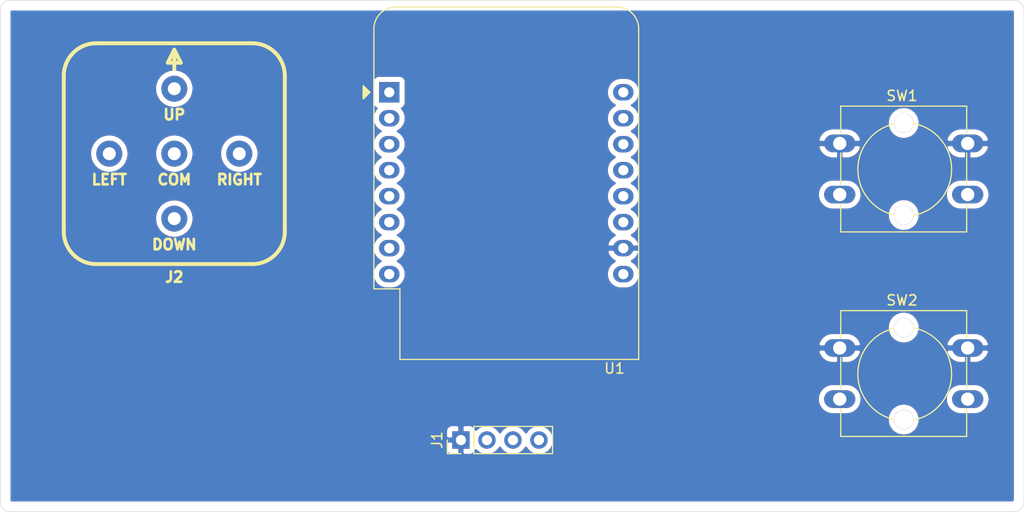
<source format=kicad_pcb>
(kicad_pcb (version 20171130) (host pcbnew "(5.1.0)-1")

  (general
    (thickness 1.6)
    (drawings 8)
    (tracks 0)
    (zones 0)
    (modules 5)
    (nets 17)
  )

  (page A4)
  (layers
    (0 F.Cu signal)
    (31 B.Cu signal)
    (32 B.Adhes user)
    (33 F.Adhes user)
    (34 B.Paste user)
    (35 F.Paste user)
    (36 B.SilkS user)
    (37 F.SilkS user)
    (38 B.Mask user)
    (39 F.Mask user)
    (40 Dwgs.User user)
    (41 Cmts.User user)
    (42 Eco1.User user)
    (43 Eco2.User user)
    (44 Edge.Cuts user)
    (45 Margin user)
    (46 B.CrtYd user)
    (47 F.CrtYd user)
    (48 B.Fab user)
    (49 F.Fab user)
  )

  (setup
    (last_trace_width 0.25)
    (trace_clearance 0.2)
    (zone_clearance 0.508)
    (zone_45_only no)
    (trace_min 0.2)
    (via_size 0.8)
    (via_drill 0.4)
    (via_min_size 0.4)
    (via_min_drill 0.3)
    (uvia_size 0.3)
    (uvia_drill 0.1)
    (uvias_allowed no)
    (uvia_min_size 0.2)
    (uvia_min_drill 0.1)
    (edge_width 0.05)
    (segment_width 0.2)
    (pcb_text_width 0.3)
    (pcb_text_size 1.5 1.5)
    (mod_edge_width 0.12)
    (mod_text_size 1 1)
    (mod_text_width 0.15)
    (pad_size 1.524 1.524)
    (pad_drill 0.762)
    (pad_to_mask_clearance 0.051)
    (solder_mask_min_width 0.25)
    (aux_axis_origin 0 0)
    (visible_elements FFFFFF7F)
    (pcbplotparams
      (layerselection 0x010fc_ffffffff)
      (usegerberextensions false)
      (usegerberattributes false)
      (usegerberadvancedattributes false)
      (creategerberjobfile false)
      (excludeedgelayer true)
      (linewidth 0.100000)
      (plotframeref false)
      (viasonmask false)
      (mode 1)
      (useauxorigin false)
      (hpglpennumber 1)
      (hpglpenspeed 20)
      (hpglpendiameter 15.000000)
      (psnegative false)
      (psa4output false)
      (plotreference true)
      (plotvalue true)
      (plotinvisibletext false)
      (padsonsilk false)
      (subtractmaskfromsilk false)
      (outputformat 1)
      (mirror false)
      (drillshape 1)
      (scaleselection 1)
      (outputdirectory ""))
  )

  (net 0 "")
  (net 1 GND)
  (net 2 +3V3)
  (net 3 "Net-(J1-Pad3)")
  (net 4 "Net-(J1-Pad4)")
  (net 5 "Net-(SW1-Pad2)")
  (net 6 "Net-(SW2-Pad2)")
  (net 7 "Net-(U1-Pad2)")
  (net 8 "Net-(U1-Pad1)")
  (net 9 +5V)
  (net 10 "Net-(U1-Pad15)")
  (net 11 "Net-(U1-Pad16)")
  (net 12 "Net-(J2-PadCOM)")
  (net 13 "Net-(J2-PadU)")
  (net 14 "Net-(J2-PadD)")
  (net 15 "Net-(J2-PadL)")
  (net 16 "Net-(J2-PadR)")

  (net_class Default "This is the default net class."
    (clearance 0.2)
    (trace_width 0.25)
    (via_dia 0.8)
    (via_drill 0.4)
    (uvia_dia 0.3)
    (uvia_drill 0.1)
    (add_net +3V3)
    (add_net +5V)
    (add_net GND)
    (add_net "Net-(J1-Pad3)")
    (add_net "Net-(J1-Pad4)")
    (add_net "Net-(J2-PadCOM)")
    (add_net "Net-(J2-PadD)")
    (add_net "Net-(J2-PadL)")
    (add_net "Net-(J2-PadR)")
    (add_net "Net-(J2-PadU)")
    (add_net "Net-(SW1-Pad2)")
    (add_net "Net-(SW2-Pad2)")
    (add_net "Net-(U1-Pad1)")
    (add_net "Net-(U1-Pad15)")
    (add_net "Net-(U1-Pad16)")
    (add_net "Net-(U1-Pad2)")
  )

  (module Connector_PinHeader_2.54mm:PinHeader_1x04_P2.54mm_Vertical (layer F.Cu) (tedit 59FED5CC) (tstamp 5CAD22BE)
    (at 105 113 90)
    (descr "Through hole straight pin header, 1x04, 2.54mm pitch, single row")
    (tags "Through hole pin header THT 1x04 2.54mm single row")
    (path /5CA6CBF1)
    (fp_text reference J1 (at 0 -2.33 90) (layer F.SilkS)
      (effects (font (size 1 1) (thickness 0.15)))
    )
    (fp_text value Conn_01x04_Female (at 0 9.95 90) (layer F.Fab)
      (effects (font (size 1 1) (thickness 0.15)))
    )
    (fp_line (start -0.635 -1.27) (end 1.27 -1.27) (layer F.Fab) (width 0.1))
    (fp_line (start 1.27 -1.27) (end 1.27 8.89) (layer F.Fab) (width 0.1))
    (fp_line (start 1.27 8.89) (end -1.27 8.89) (layer F.Fab) (width 0.1))
    (fp_line (start -1.27 8.89) (end -1.27 -0.635) (layer F.Fab) (width 0.1))
    (fp_line (start -1.27 -0.635) (end -0.635 -1.27) (layer F.Fab) (width 0.1))
    (fp_line (start -1.33 8.95) (end 1.33 8.95) (layer F.SilkS) (width 0.12))
    (fp_line (start -1.33 1.27) (end -1.33 8.95) (layer F.SilkS) (width 0.12))
    (fp_line (start 1.33 1.27) (end 1.33 8.95) (layer F.SilkS) (width 0.12))
    (fp_line (start -1.33 1.27) (end 1.33 1.27) (layer F.SilkS) (width 0.12))
    (fp_line (start -1.33 0) (end -1.33 -1.33) (layer F.SilkS) (width 0.12))
    (fp_line (start -1.33 -1.33) (end 0 -1.33) (layer F.SilkS) (width 0.12))
    (fp_line (start -1.8 -1.8) (end -1.8 9.4) (layer F.CrtYd) (width 0.05))
    (fp_line (start -1.8 9.4) (end 1.8 9.4) (layer F.CrtYd) (width 0.05))
    (fp_line (start 1.8 9.4) (end 1.8 -1.8) (layer F.CrtYd) (width 0.05))
    (fp_line (start 1.8 -1.8) (end -1.8 -1.8) (layer F.CrtYd) (width 0.05))
    (fp_text user %R (at 0 3.81 180) (layer F.Fab)
      (effects (font (size 1 1) (thickness 0.15)))
    )
    (pad 1 thru_hole rect (at 0 0 90) (size 1.7 1.7) (drill 1) (layers *.Cu *.Mask)
      (net 1 GND))
    (pad 2 thru_hole oval (at 0 2.54 90) (size 1.7 1.7) (drill 1) (layers *.Cu *.Mask)
      (net 2 +3V3))
    (pad 3 thru_hole oval (at 0 5.08 90) (size 1.7 1.7) (drill 1) (layers *.Cu *.Mask)
      (net 3 "Net-(J1-Pad3)"))
    (pad 4 thru_hole oval (at 0 7.62 90) (size 1.7 1.7) (drill 1) (layers *.Cu *.Mask)
      (net 4 "Net-(J1-Pad4)"))
    (model ${KISYS3DMOD}/Connector_PinHeader_2.54mm.3dshapes/PinHeader_1x04_P2.54mm_Vertical.wrl
      (at (xyz 0 0 0))
      (scale (xyz 1 1 1))
      (rotate (xyz 0 0 0))
    )
  )

  (module lib:SW_PUSH-12mm_with_poles (layer F.Cu) (tedit 5C7E65EC) (tstamp 5CAD22DA)
    (at 142 84)
    (descr "SW PUSH 12mm https://www.e-switch.com/system/asset/product_line/data_sheet/143/TL1100.pdf")
    (tags "tact sw push 12mm")
    (path /5CA43BB9)
    (fp_text reference SW1 (at 6.08 -4.66) (layer F.SilkS)
      (effects (font (size 1 1) (thickness 0.15)))
    )
    (fp_text value SW_Push (at 6.62 9.93) (layer F.Fab)
      (effects (font (size 1 1) (thickness 0.15)))
    )
    (fp_line (start 0.25 8.5) (end 12.25 8.5) (layer F.Fab) (width 0.1))
    (fp_line (start 0.25 -3.5) (end 12.25 -3.5) (layer F.Fab) (width 0.1))
    (fp_line (start 12.25 -3.5) (end 12.25 8.5) (layer F.Fab) (width 0.1))
    (fp_text user %R (at 6.35 2.54) (layer F.Fab)
      (effects (font (size 1 1) (thickness 0.15)))
    )
    (fp_line (start 0.1 -3.65) (end 12.4 -3.65) (layer F.SilkS) (width 0.12))
    (fp_line (start 12.4 0.93) (end 12.4 4.07) (layer F.SilkS) (width 0.12))
    (fp_line (start 12.4 8.65) (end 0.1 8.65) (layer F.SilkS) (width 0.12))
    (fp_line (start 0.1 -0.93) (end 0.1 -3.65) (layer F.SilkS) (width 0.12))
    (fp_line (start -1.77 -3.75) (end 14.25 -3.75) (layer F.CrtYd) (width 0.05))
    (fp_line (start -1.77 -3.75) (end -1.77 8.75) (layer F.CrtYd) (width 0.05))
    (fp_line (start 14.25 8.75) (end 14.25 -3.75) (layer F.CrtYd) (width 0.05))
    (fp_line (start 14.25 8.75) (end -1.77 8.75) (layer F.CrtYd) (width 0.05))
    (fp_circle (center 6.35 2.54) (end 10.16 5.08) (layer F.SilkS) (width 0.12))
    (fp_line (start 0.25 -3.5) (end 0.25 8.5) (layer F.Fab) (width 0.1))
    (fp_line (start 0.1 8.65) (end 0.1 5.93) (layer F.SilkS) (width 0.12))
    (fp_line (start 0.1 4.07) (end 0.1 0.93) (layer F.SilkS) (width 0.12))
    (fp_line (start 12.4 5.93) (end 12.4 8.65) (layer F.SilkS) (width 0.12))
    (fp_line (start 12.4 -3.65) (end 12.4 -0.93) (layer F.SilkS) (width 0.12))
    (pad 0 thru_hole oval (at 6.25 7) (size 1.9 1.9) (drill 1.9) (layers *.Cu *.Mask))
    (pad 0 thru_hole oval (at 6.25 -2) (size 1.9 1.9) (drill 1.9) (layers *.Cu *.Mask))
    (pad 1 thru_hole oval (at 12.5 0) (size 3.048 1.7272) (drill 1.3) (layers *.Cu *.Mask)
      (net 1 GND))
    (pad 2 thru_hole oval (at 12.5 5) (size 3.048 1.7272) (drill 1.3) (layers *.Cu *.Mask)
      (net 5 "Net-(SW1-Pad2)"))
    (pad 1 thru_hole oval (at 0 0) (size 3.048 1.7272) (drill 1.3) (layers *.Cu *.Mask)
      (net 1 GND))
    (pad 2 thru_hole oval (at 0 5) (size 3.048 1.7272) (drill 1.3) (layers *.Cu *.Mask)
      (net 5 "Net-(SW1-Pad2)"))
    (model ${KISYS3DMOD}/Button_Switch_THT.3dshapes/SW_PUSH-12mm.wrl
      (at (xyz 0 0 0))
      (scale (xyz 1 1 1))
      (rotate (xyz 0 0 0))
    )
  )

  (module lib:SW_PUSH-12mm_with_poles (layer F.Cu) (tedit 5C7E65EC) (tstamp 5CAD22F6)
    (at 142 104)
    (descr "SW PUSH 12mm https://www.e-switch.com/system/asset/product_line/data_sheet/143/TL1100.pdf")
    (tags "tact sw push 12mm")
    (path /5CA454D5)
    (fp_text reference SW2 (at 6.08 -4.66) (layer F.SilkS)
      (effects (font (size 1 1) (thickness 0.15)))
    )
    (fp_text value SW_Push (at 6.62 9.93) (layer F.Fab)
      (effects (font (size 1 1) (thickness 0.15)))
    )
    (fp_line (start 0.25 8.5) (end 12.25 8.5) (layer F.Fab) (width 0.1))
    (fp_line (start 0.25 -3.5) (end 12.25 -3.5) (layer F.Fab) (width 0.1))
    (fp_line (start 12.25 -3.5) (end 12.25 8.5) (layer F.Fab) (width 0.1))
    (fp_text user %R (at 6.35 2.54) (layer F.Fab)
      (effects (font (size 1 1) (thickness 0.15)))
    )
    (fp_line (start 0.1 -3.65) (end 12.4 -3.65) (layer F.SilkS) (width 0.12))
    (fp_line (start 12.4 0.93) (end 12.4 4.07) (layer F.SilkS) (width 0.12))
    (fp_line (start 12.4 8.65) (end 0.1 8.65) (layer F.SilkS) (width 0.12))
    (fp_line (start 0.1 -0.93) (end 0.1 -3.65) (layer F.SilkS) (width 0.12))
    (fp_line (start -1.77 -3.75) (end 14.25 -3.75) (layer F.CrtYd) (width 0.05))
    (fp_line (start -1.77 -3.75) (end -1.77 8.75) (layer F.CrtYd) (width 0.05))
    (fp_line (start 14.25 8.75) (end 14.25 -3.75) (layer F.CrtYd) (width 0.05))
    (fp_line (start 14.25 8.75) (end -1.77 8.75) (layer F.CrtYd) (width 0.05))
    (fp_circle (center 6.35 2.54) (end 10.16 5.08) (layer F.SilkS) (width 0.12))
    (fp_line (start 0.25 -3.5) (end 0.25 8.5) (layer F.Fab) (width 0.1))
    (fp_line (start 0.1 8.65) (end 0.1 5.93) (layer F.SilkS) (width 0.12))
    (fp_line (start 0.1 4.07) (end 0.1 0.93) (layer F.SilkS) (width 0.12))
    (fp_line (start 12.4 5.93) (end 12.4 8.65) (layer F.SilkS) (width 0.12))
    (fp_line (start 12.4 -3.65) (end 12.4 -0.93) (layer F.SilkS) (width 0.12))
    (pad 0 thru_hole oval (at 6.25 7) (size 1.9 1.9) (drill 1.9) (layers *.Cu *.Mask))
    (pad 0 thru_hole oval (at 6.25 -2) (size 1.9 1.9) (drill 1.9) (layers *.Cu *.Mask))
    (pad 1 thru_hole oval (at 12.5 0) (size 3.048 1.7272) (drill 1.3) (layers *.Cu *.Mask)
      (net 1 GND))
    (pad 2 thru_hole oval (at 12.5 5) (size 3.048 1.7272) (drill 1.3) (layers *.Cu *.Mask)
      (net 6 "Net-(SW2-Pad2)"))
    (pad 1 thru_hole oval (at 0 0) (size 3.048 1.7272) (drill 1.3) (layers *.Cu *.Mask)
      (net 1 GND))
    (pad 2 thru_hole oval (at 0 5) (size 3.048 1.7272) (drill 1.3) (layers *.Cu *.Mask)
      (net 6 "Net-(SW2-Pad2)"))
    (model ${KISYS3DMOD}/Button_Switch_THT.3dshapes/SW_PUSH-12mm.wrl
      (at (xyz 0 0 0))
      (scale (xyz 1 1 1))
      (rotate (xyz 0 0 0))
    )
  )

  (module Module:WEMOS_D1_mini_light (layer F.Cu) (tedit 5BBFB1CE) (tstamp 5CAD23C5)
    (at 98 79)
    (descr "16-pin module, column spacing 22.86 mm (900 mils), https://wiki.wemos.cc/products:d1:d1_mini, https://c1.staticflickr.com/1/734/31400410271_f278b087db_z.jpg")
    (tags "ESP8266 WiFi microcontroller")
    (path /5CA7A4B1)
    (fp_text reference U1 (at 22 27) (layer F.SilkS)
      (effects (font (size 1 1) (thickness 0.15)))
    )
    (fp_text value WeMos_D1_mini (at 11.7 0) (layer F.Fab)
      (effects (font (size 1 1) (thickness 0.15)))
    )
    (fp_line (start 1.04 26.12) (end 24.36 26.12) (layer F.SilkS) (width 0.12))
    (fp_line (start -1.5 19.22) (end -1.5 -6.21) (layer F.SilkS) (width 0.12))
    (fp_line (start 24.36 26.12) (end 24.36 -6.21) (layer F.SilkS) (width 0.12))
    (fp_line (start 22.24 -8.34) (end 0.63 -8.34) (layer F.SilkS) (width 0.12))
    (fp_line (start 1.17 25.99) (end 24.23 25.99) (layer F.Fab) (width 0.1))
    (fp_line (start 24.23 25.99) (end 24.23 -6.21) (layer F.Fab) (width 0.1))
    (fp_line (start 22.23 -8.21) (end 0.63 -8.21) (layer F.Fab) (width 0.1))
    (fp_line (start -1.37 1) (end -1.37 19.09) (layer F.Fab) (width 0.1))
    (fp_text user %R (at 11.43 10) (layer F.Fab)
      (effects (font (size 1 1) (thickness 0.15)))
    )
    (fp_line (start -1.62 -8.46) (end 24.48 -8.46) (layer F.CrtYd) (width 0.05))
    (fp_line (start 24.48 -8.41) (end 24.48 26.24) (layer F.CrtYd) (width 0.05))
    (fp_line (start 24.48 26.24) (end -1.62 26.24) (layer F.CrtYd) (width 0.05))
    (fp_line (start -1.62 26.24) (end -1.62 -8.46) (layer F.CrtYd) (width 0.05))
    (fp_poly (pts (xy -2.54 -0.635) (xy -2.54 0.635) (xy -1.905 0)) (layer F.SilkS) (width 0.15))
    (fp_line (start -1.35 -1.4) (end 24.25 -1.4) (layer Dwgs.User) (width 0.1))
    (fp_line (start 24.25 -1.4) (end 24.25 -8.2) (layer Dwgs.User) (width 0.1))
    (fp_line (start 24.25 -8.2) (end -1.35 -8.2) (layer Dwgs.User) (width 0.1))
    (fp_line (start -1.35 -8.2) (end -1.35 -1.4) (layer Dwgs.User) (width 0.1))
    (fp_line (start -1.35 -1.4) (end 5.45 -8.2) (layer Dwgs.User) (width 0.1))
    (fp_line (start 0.65 -1.4) (end 7.45 -8.2) (layer Dwgs.User) (width 0.1))
    (fp_line (start 2.65 -1.4) (end 9.45 -8.2) (layer Dwgs.User) (width 0.1))
    (fp_line (start 4.65 -1.4) (end 11.45 -8.2) (layer Dwgs.User) (width 0.1))
    (fp_line (start 6.65 -1.4) (end 13.45 -8.2) (layer Dwgs.User) (width 0.1))
    (fp_line (start 8.65 -1.4) (end 15.45 -8.2) (layer Dwgs.User) (width 0.1))
    (fp_line (start 10.65 -1.4) (end 17.45 -8.2) (layer Dwgs.User) (width 0.1))
    (fp_line (start 12.65 -1.4) (end 19.45 -8.2) (layer Dwgs.User) (width 0.1))
    (fp_line (start 14.65 -1.4) (end 21.45 -8.2) (layer Dwgs.User) (width 0.1))
    (fp_line (start 16.65 -1.4) (end 23.45 -8.2) (layer Dwgs.User) (width 0.1))
    (fp_line (start 18.65 -1.4) (end 24.25 -7) (layer Dwgs.User) (width 0.1))
    (fp_line (start 20.65 -1.4) (end 24.25 -5) (layer Dwgs.User) (width 0.1))
    (fp_line (start 22.65 -1.4) (end 24.25 -3) (layer Dwgs.User) (width 0.1))
    (fp_line (start -1.35 -3.4) (end 3.45 -8.2) (layer Dwgs.User) (width 0.1))
    (fp_line (start -1.3 -5.45) (end 1.45 -8.2) (layer Dwgs.User) (width 0.1))
    (fp_line (start -1.35 -7.4) (end -0.55 -8.2) (layer Dwgs.User) (width 0.1))
    (fp_line (start -1.37 19.09) (end 1.17 19.09) (layer F.Fab) (width 0.1))
    (fp_line (start 1.17 19.09) (end 1.17 25.99) (layer F.Fab) (width 0.1))
    (fp_line (start -1.37 -6.21) (end -1.37 -1) (layer F.Fab) (width 0.1))
    (fp_line (start -1.37 1) (end -0.37 0) (layer F.Fab) (width 0.1))
    (fp_line (start -0.37 0) (end -1.37 -1) (layer F.Fab) (width 0.1))
    (fp_arc (start 0.63 -6.21) (end 0.63 -8.21) (angle -90) (layer F.Fab) (width 0.1))
    (fp_arc (start 22.23 -6.21) (end 24.23 -6.19) (angle -90) (layer F.Fab) (width 0.1))
    (fp_line (start -1.5 19.22) (end 1.04 19.22) (layer F.SilkS) (width 0.12))
    (fp_line (start 1.04 19.22) (end 1.04 26.12) (layer F.SilkS) (width 0.12))
    (fp_arc (start 0.63 -6.21) (end 0.63 -8.34) (angle -90) (layer F.SilkS) (width 0.12))
    (fp_arc (start 22.23 -6.21) (end 24.36 -6.21) (angle -90) (layer F.SilkS) (width 0.12))
    (fp_text user "KEEP OUT" (at 11.43 -6.35) (layer Cmts.User)
      (effects (font (size 1 1) (thickness 0.15)))
    )
    (fp_text user "No copper" (at 11.43 -3.81) (layer Cmts.User)
      (effects (font (size 1 1) (thickness 0.15)))
    )
    (pad 2 thru_hole oval (at 0 2.54) (size 2 1.6) (drill 1) (layers *.Cu *.Mask)
      (net 7 "Net-(U1-Pad2)"))
    (pad 1 thru_hole rect (at 0 0) (size 2 2) (drill 1) (layers *.Cu *.Mask)
      (net 8 "Net-(U1-Pad1)"))
    (pad 3 thru_hole oval (at 0 5.08) (size 2 1.6) (drill 1) (layers *.Cu *.Mask)
      (net 12 "Net-(J2-PadCOM)"))
    (pad 4 thru_hole oval (at 0 7.62) (size 2 1.6) (drill 1) (layers *.Cu *.Mask)
      (net 16 "Net-(J2-PadR)"))
    (pad 5 thru_hole oval (at 0 10.16) (size 2 1.6) (drill 1) (layers *.Cu *.Mask)
      (net 15 "Net-(J2-PadL)"))
    (pad 6 thru_hole oval (at 0 12.7) (size 2 1.6) (drill 1) (layers *.Cu *.Mask)
      (net 5 "Net-(SW1-Pad2)"))
    (pad 7 thru_hole oval (at 0 15.24) (size 2 1.6) (drill 1) (layers *.Cu *.Mask)
      (net 6 "Net-(SW2-Pad2)"))
    (pad 8 thru_hole oval (at 0 17.78) (size 2 1.6) (drill 1) (layers *.Cu *.Mask)
      (net 2 +3V3))
    (pad 9 thru_hole oval (at 22.86 17.78) (size 2 1.6) (drill 1) (layers *.Cu *.Mask)
      (net 9 +5V))
    (pad 10 thru_hole oval (at 22.86 15.24) (size 2 1.6) (drill 1) (layers *.Cu *.Mask)
      (net 1 GND))
    (pad 11 thru_hole oval (at 22.86 12.7) (size 2 1.6) (drill 1) (layers *.Cu *.Mask)
      (net 13 "Net-(J2-PadU)"))
    (pad 12 thru_hole oval (at 22.86 10.16) (size 2 1.6) (drill 1) (layers *.Cu *.Mask)
      (net 14 "Net-(J2-PadD)"))
    (pad 13 thru_hole oval (at 22.86 7.62) (size 2 1.6) (drill 1) (layers *.Cu *.Mask)
      (net 4 "Net-(J1-Pad4)"))
    (pad 14 thru_hole oval (at 22.86 5.08) (size 2 1.6) (drill 1) (layers *.Cu *.Mask)
      (net 3 "Net-(J1-Pad3)"))
    (pad 15 thru_hole oval (at 22.86 2.54) (size 2 1.6) (drill 1) (layers *.Cu *.Mask)
      (net 10 "Net-(U1-Pad15)"))
    (pad 16 thru_hole oval (at 22.86 0) (size 2 1.6) (drill 1) (layers *.Cu *.Mask)
      (net 11 "Net-(U1-Pad16)"))
    (model ${KISYS3DMOD}/Module.3dshapes/WEMOS_D1_mini_light.wrl
      (at (xyz 0 0 0))
      (scale (xyz 1 1 1))
      (rotate (xyz 0 0 0))
    )
    (model ${KISYS3DMOD}/Connector_PinHeader_2.54mm.3dshapes/PinHeader_1x08_P2.54mm_Vertical.wrl
      (offset (xyz 0 0 9.5))
      (scale (xyz 1 1 1))
      (rotate (xyz 0 -180 0))
    )
    (model ${KISYS3DMOD}/Connector_PinHeader_2.54mm.3dshapes/PinHeader_1x08_P2.54mm_Vertical.wrl
      (offset (xyz 22.86 0 9.5))
      (scale (xyz 1 1 1))
      (rotate (xyz 0 -180 0))
    )
    (model ${KISYS3DMOD}/Connector_PinSocket_2.54mm.3dshapes/PinSocket_1x08_P2.54mm_Vertical.wrl
      (at (xyz 0 0 0))
      (scale (xyz 1 1 1))
      (rotate (xyz 0 0 0))
    )
    (model ${KISYS3DMOD}/Connector_PinSocket_2.54mm.3dshapes/PinSocket_1x08_P2.54mm_Vertical.wrl
      (offset (xyz 22.86 0 0))
      (scale (xyz 1 1 1))
      (rotate (xyz 0 0 0))
    )
  )

  (module lib2:JOYSTICK (layer F.Cu) (tedit 57BF348E) (tstamp 5CAD27AA)
    (at 77 85)
    (path /5CADE169)
    (fp_text reference J2 (at 0 12.065) (layer F.SilkS)
      (effects (font (size 1.016 1.016) (thickness 0.254)))
    )
    (fp_text value JOYSTICK (at 0 -1.905) (layer F.Fab)
      (effects (font (size 1.016 1.016) (thickness 0.254)))
    )
    (fp_arc (start 7.62 -7.62) (end 7.62 -10.795) (angle 90) (layer F.SilkS) (width 0.381))
    (fp_arc (start 7.62 7.62) (end 10.795 7.62) (angle 90) (layer F.SilkS) (width 0.381))
    (fp_arc (start -7.62 7.62) (end -7.62 10.795) (angle 90) (layer F.SilkS) (width 0.381))
    (fp_arc (start -7.62 -7.62) (end -10.795 -7.62) (angle 90) (layer F.SilkS) (width 0.381))
    (fp_line (start 0 -8.255) (end 0 -10.16) (layer F.SilkS) (width 0.381))
    (fp_line (start 0 -10.16) (end -0.635 -8.89) (layer F.SilkS) (width 0.381))
    (fp_line (start -0.635 -8.89) (end 0.635 -8.89) (layer F.SilkS) (width 0.381))
    (fp_line (start 0.635 -8.89) (end 0 -10.16) (layer F.SilkS) (width 0.381))
    (fp_text user COM (at 0 2.54) (layer F.SilkS)
      (effects (font (size 1.016 1.016) (thickness 0.254)))
    )
    (fp_text user RIGHT (at 6.35 2.54) (layer F.SilkS)
      (effects (font (size 1.016 1.016) (thickness 0.254)))
    )
    (fp_text user LEFT (at -6.35 2.54) (layer F.SilkS)
      (effects (font (size 1.016 1.016) (thickness 0.254)))
    )
    (fp_text user DOWN (at 0 8.89) (layer F.SilkS)
      (effects (font (size 1.016 1.016) (thickness 0.254)))
    )
    (fp_text user UP (at 0 -3.81) (layer F.SilkS)
      (effects (font (size 1.016 1.016) (thickness 0.254)))
    )
    (fp_line (start -7.62 10.795) (end 7.62 10.795) (layer F.SilkS) (width 0.381))
    (fp_line (start 10.795 7.62) (end 10.795 -7.62) (layer F.SilkS) (width 0.381))
    (fp_line (start 7.62 -10.795) (end -7.62 -10.795) (layer F.SilkS) (width 0.381))
    (fp_line (start -10.795 -7.62) (end -10.795 7.62) (layer F.SilkS) (width 0.381))
    (pad COM thru_hole circle (at 0 0) (size 2.54 2.54) (drill 1.27) (layers *.Cu *.Mask)
      (net 12 "Net-(J2-PadCOM)"))
    (pad U thru_hole circle (at 0 -6.35) (size 2.54 2.54) (drill 1.27) (layers *.Cu *.Mask)
      (net 13 "Net-(J2-PadU)"))
    (pad D thru_hole circle (at 0 6.35) (size 2.54 2.54) (drill 1.27) (layers *.Cu *.Mask)
      (net 14 "Net-(J2-PadD)"))
    (pad L thru_hole circle (at -6.35 0) (size 2.54 2.54) (drill 1.27) (layers *.Cu *.Mask)
      (net 15 "Net-(J2-PadL)"))
    (pad R thru_hole circle (at 6.35 0) (size 2.54 2.54) (drill 1.27) (layers *.Cu *.Mask)
      (net 16 "Net-(J2-PadR)"))
  )

  (gr_arc (start 61 71) (end 61 70) (angle -90) (layer Edge.Cuts) (width 0.05))
  (gr_arc (start 61 119) (end 60 119) (angle -90) (layer Edge.Cuts) (width 0.05))
  (gr_arc (start 159 119) (end 159 120) (angle -90) (layer Edge.Cuts) (width 0.05))
  (gr_arc (start 159 71) (end 160 71) (angle -90) (layer Edge.Cuts) (width 0.05))
  (gr_line (start 60 119) (end 60 71) (layer Edge.Cuts) (width 0.05) (tstamp 5CAD29A2))
  (gr_line (start 159 120) (end 61 120) (layer Edge.Cuts) (width 0.05))
  (gr_line (start 160 71) (end 160 119) (layer Edge.Cuts) (width 0.05))
  (gr_line (start 61 70) (end 159 70) (layer Edge.Cuts) (width 0.05))

  (zone (net 1) (net_name GND) (layer F.Cu) (tstamp 0) (hatch edge 0.508)
    (connect_pads (clearance 0.508))
    (min_thickness 0.254)
    (fill yes (arc_segments 32) (thermal_gap 0.508) (thermal_bridge_width 0.508))
    (polygon
      (pts
        (xy 61 71) (xy 159 71) (xy 159 119) (xy 61 119)
      )
    )
    (filled_polygon
      (pts
        (xy 158.873 118.873) (xy 61.127 118.873) (xy 61.127 113.85) (xy 103.511928 113.85) (xy 103.524188 113.974482)
        (xy 103.560498 114.09418) (xy 103.619463 114.204494) (xy 103.698815 114.301185) (xy 103.795506 114.380537) (xy 103.90582 114.439502)
        (xy 104.025518 114.475812) (xy 104.15 114.488072) (xy 104.71425 114.485) (xy 104.873 114.32625) (xy 104.873 113.127)
        (xy 103.67375 113.127) (xy 103.515 113.28575) (xy 103.511928 113.85) (xy 61.127 113.85) (xy 61.127 112.15)
        (xy 103.511928 112.15) (xy 103.515 112.71425) (xy 103.67375 112.873) (xy 104.873 112.873) (xy 104.873 111.67375)
        (xy 105.127 111.67375) (xy 105.127 112.873) (xy 105.147 112.873) (xy 105.147 113.127) (xy 105.127 113.127)
        (xy 105.127 114.32625) (xy 105.28575 114.485) (xy 105.85 114.488072) (xy 105.974482 114.475812) (xy 106.09418 114.439502)
        (xy 106.204494 114.380537) (xy 106.301185 114.301185) (xy 106.380537 114.204494) (xy 106.439502 114.09418) (xy 106.460393 114.025313)
        (xy 106.484866 114.055134) (xy 106.710986 114.240706) (xy 106.968966 114.378599) (xy 107.248889 114.463513) (xy 107.46705 114.485)
        (xy 107.61295 114.485) (xy 107.831111 114.463513) (xy 108.111034 114.378599) (xy 108.369014 114.240706) (xy 108.595134 114.055134)
        (xy 108.780706 113.829014) (xy 108.81 113.774209) (xy 108.839294 113.829014) (xy 109.024866 114.055134) (xy 109.250986 114.240706)
        (xy 109.508966 114.378599) (xy 109.788889 114.463513) (xy 110.00705 114.485) (xy 110.15295 114.485) (xy 110.371111 114.463513)
        (xy 110.651034 114.378599) (xy 110.909014 114.240706) (xy 111.135134 114.055134) (xy 111.320706 113.829014) (xy 111.35 113.774209)
        (xy 111.379294 113.829014) (xy 111.564866 114.055134) (xy 111.790986 114.240706) (xy 112.048966 114.378599) (xy 112.328889 114.463513)
        (xy 112.54705 114.485) (xy 112.69295 114.485) (xy 112.911111 114.463513) (xy 113.191034 114.378599) (xy 113.449014 114.240706)
        (xy 113.675134 114.055134) (xy 113.860706 113.829014) (xy 113.998599 113.571034) (xy 114.083513 113.291111) (xy 114.112185 113)
        (xy 114.083513 112.708889) (xy 113.998599 112.428966) (xy 113.860706 112.170986) (xy 113.675134 111.944866) (xy 113.449014 111.759294)
        (xy 113.191034 111.621401) (xy 112.911111 111.536487) (xy 112.69295 111.515) (xy 112.54705 111.515) (xy 112.328889 111.536487)
        (xy 112.048966 111.621401) (xy 111.790986 111.759294) (xy 111.564866 111.944866) (xy 111.379294 112.170986) (xy 111.35 112.225791)
        (xy 111.320706 112.170986) (xy 111.135134 111.944866) (xy 110.909014 111.759294) (xy 110.651034 111.621401) (xy 110.371111 111.536487)
        (xy 110.15295 111.515) (xy 110.00705 111.515) (xy 109.788889 111.536487) (xy 109.508966 111.621401) (xy 109.250986 111.759294)
        (xy 109.024866 111.944866) (xy 108.839294 112.170986) (xy 108.81 112.225791) (xy 108.780706 112.170986) (xy 108.595134 111.944866)
        (xy 108.369014 111.759294) (xy 108.111034 111.621401) (xy 107.831111 111.536487) (xy 107.61295 111.515) (xy 107.46705 111.515)
        (xy 107.248889 111.536487) (xy 106.968966 111.621401) (xy 106.710986 111.759294) (xy 106.484866 111.944866) (xy 106.460393 111.974687)
        (xy 106.439502 111.90582) (xy 106.380537 111.795506) (xy 106.301185 111.698815) (xy 106.204494 111.619463) (xy 106.09418 111.560498)
        (xy 105.974482 111.524188) (xy 105.85 111.511928) (xy 105.28575 111.515) (xy 105.127 111.67375) (xy 104.873 111.67375)
        (xy 104.71425 111.515) (xy 104.15 111.511928) (xy 104.025518 111.524188) (xy 103.90582 111.560498) (xy 103.795506 111.619463)
        (xy 103.698815 111.698815) (xy 103.619463 111.795506) (xy 103.560498 111.90582) (xy 103.524188 112.025518) (xy 103.511928 112.15)
        (xy 61.127 112.15) (xy 61.127 111) (xy 146.657331 111) (xy 146.687934 111.310714) (xy 146.778566 111.609488)
        (xy 146.925744 111.884839) (xy 147.123813 112.126187) (xy 147.365161 112.324256) (xy 147.640512 112.471434) (xy 147.939286 112.562066)
        (xy 148.172136 112.585) (xy 148.327864 112.585) (xy 148.560714 112.562066) (xy 148.859488 112.471434) (xy 149.134839 112.324256)
        (xy 149.376187 112.126187) (xy 149.574256 111.884839) (xy 149.721434 111.609488) (xy 149.812066 111.310714) (xy 149.842669 111)
        (xy 149.812066 110.689286) (xy 149.721434 110.390512) (xy 149.574256 110.115161) (xy 149.376187 109.873813) (xy 149.134839 109.675744)
        (xy 148.859488 109.528566) (xy 148.560714 109.437934) (xy 148.327864 109.415) (xy 148.172136 109.415) (xy 147.939286 109.437934)
        (xy 147.640512 109.528566) (xy 147.365161 109.675744) (xy 147.123813 109.873813) (xy 146.925744 110.115161) (xy 146.778566 110.390512)
        (xy 146.687934 110.689286) (xy 146.657331 111) (xy 61.127 111) (xy 61.127 109) (xy 139.833749 109)
        (xy 139.862684 109.293777) (xy 139.948375 109.576264) (xy 140.087531 109.836606) (xy 140.274803 110.064797) (xy 140.502994 110.252069)
        (xy 140.763336 110.391225) (xy 141.045823 110.476916) (xy 141.265981 110.4986) (xy 142.734019 110.4986) (xy 142.954177 110.476916)
        (xy 143.236664 110.391225) (xy 143.497006 110.252069) (xy 143.725197 110.064797) (xy 143.912469 109.836606) (xy 144.051625 109.576264)
        (xy 144.137316 109.293777) (xy 144.166251 109) (xy 152.333749 109) (xy 152.362684 109.293777) (xy 152.448375 109.576264)
        (xy 152.587531 109.836606) (xy 152.774803 110.064797) (xy 153.002994 110.252069) (xy 153.263336 110.391225) (xy 153.545823 110.476916)
        (xy 153.765981 110.4986) (xy 155.234019 110.4986) (xy 155.454177 110.476916) (xy 155.736664 110.391225) (xy 155.997006 110.252069)
        (xy 156.225197 110.064797) (xy 156.412469 109.836606) (xy 156.551625 109.576264) (xy 156.637316 109.293777) (xy 156.666251 109)
        (xy 156.637316 108.706223) (xy 156.551625 108.423736) (xy 156.412469 108.163394) (xy 156.225197 107.935203) (xy 155.997006 107.747931)
        (xy 155.736664 107.608775) (xy 155.454177 107.523084) (xy 155.234019 107.5014) (xy 153.765981 107.5014) (xy 153.545823 107.523084)
        (xy 153.263336 107.608775) (xy 153.002994 107.747931) (xy 152.774803 107.935203) (xy 152.587531 108.163394) (xy 152.448375 108.423736)
        (xy 152.362684 108.706223) (xy 152.333749 109) (xy 144.166251 109) (xy 144.137316 108.706223) (xy 144.051625 108.423736)
        (xy 143.912469 108.163394) (xy 143.725197 107.935203) (xy 143.497006 107.747931) (xy 143.236664 107.608775) (xy 142.954177 107.523084)
        (xy 142.734019 107.5014) (xy 141.265981 107.5014) (xy 141.045823 107.523084) (xy 140.763336 107.608775) (xy 140.502994 107.747931)
        (xy 140.274803 107.935203) (xy 140.087531 108.163394) (xy 139.948375 108.423736) (xy 139.862684 108.706223) (xy 139.833749 109)
        (xy 61.127 109) (xy 61.127 104.359026) (xy 139.884642 104.359026) (xy 139.906473 104.456157) (xy 140.023002 104.726981)
        (xy 140.190127 104.969868) (xy 140.401426 105.175483) (xy 140.648778 105.335925) (xy 140.922678 105.445028) (xy 141.2126 105.4986)
        (xy 141.873 105.4986) (xy 141.873 104.127) (xy 142.127 104.127) (xy 142.127 105.4986) (xy 142.7874 105.4986)
        (xy 143.077322 105.445028) (xy 143.351222 105.335925) (xy 143.598574 105.175483) (xy 143.809873 104.969868) (xy 143.976998 104.726981)
        (xy 144.093527 104.456157) (xy 144.115358 104.359026) (xy 152.384642 104.359026) (xy 152.406473 104.456157) (xy 152.523002 104.726981)
        (xy 152.690127 104.969868) (xy 152.901426 105.175483) (xy 153.148778 105.335925) (xy 153.422678 105.445028) (xy 153.7126 105.4986)
        (xy 154.373 105.4986) (xy 154.373 104.127) (xy 154.627 104.127) (xy 154.627 105.4986) (xy 155.2874 105.4986)
        (xy 155.577322 105.445028) (xy 155.851222 105.335925) (xy 156.098574 105.175483) (xy 156.309873 104.969868) (xy 156.476998 104.726981)
        (xy 156.593527 104.456157) (xy 156.615358 104.359026) (xy 156.494217 104.127) (xy 154.627 104.127) (xy 154.373 104.127)
        (xy 152.505783 104.127) (xy 152.384642 104.359026) (xy 144.115358 104.359026) (xy 143.994217 104.127) (xy 142.127 104.127)
        (xy 141.873 104.127) (xy 140.005783 104.127) (xy 139.884642 104.359026) (xy 61.127 104.359026) (xy 61.127 103.640974)
        (xy 139.884642 103.640974) (xy 140.005783 103.873) (xy 141.873 103.873) (xy 141.873 103.853) (xy 142.127 103.853)
        (xy 142.127 103.873) (xy 143.994217 103.873) (xy 144.115358 103.640974) (xy 152.384642 103.640974) (xy 152.505783 103.873)
        (xy 154.373 103.873) (xy 154.373 103.853) (xy 154.627 103.853) (xy 154.627 103.873) (xy 156.494217 103.873)
        (xy 156.615358 103.640974) (xy 156.593527 103.543843) (xy 156.476998 103.273019) (xy 156.309873 103.030132) (xy 156.098574 102.824517)
        (xy 155.851222 102.664075) (xy 155.577322 102.554972) (xy 155.2874 102.5014) (xy 153.7126 102.5014) (xy 153.422678 102.554972)
        (xy 153.148778 102.664075) (xy 152.901426 102.824517) (xy 152.690127 103.030132) (xy 152.523002 103.273019) (xy 152.406473 103.543843)
        (xy 152.384642 103.640974) (xy 144.115358 103.640974) (xy 144.093527 103.543843) (xy 143.976998 103.273019) (xy 143.809873 103.030132)
        (xy 143.598574 102.824517) (xy 143.351222 102.664075) (xy 143.077322 102.554972) (xy 142.7874 102.5014) (xy 141.2126 102.5014)
        (xy 140.922678 102.554972) (xy 140.648778 102.664075) (xy 140.401426 102.824517) (xy 140.190127 103.030132) (xy 140.023002 103.273019)
        (xy 139.906473 103.543843) (xy 139.884642 103.640974) (xy 61.127 103.640974) (xy 61.127 102) (xy 146.657331 102)
        (xy 146.687934 102.310714) (xy 146.778566 102.609488) (xy 146.925744 102.884839) (xy 147.123813 103.126187) (xy 147.365161 103.324256)
        (xy 147.640512 103.471434) (xy 147.939286 103.562066) (xy 148.172136 103.585) (xy 148.327864 103.585) (xy 148.560714 103.562066)
        (xy 148.859488 103.471434) (xy 149.134839 103.324256) (xy 149.376187 103.126187) (xy 149.574256 102.884839) (xy 149.721434 102.609488)
        (xy 149.812066 102.310714) (xy 149.842669 102) (xy 149.812066 101.689286) (xy 149.721434 101.390512) (xy 149.574256 101.115161)
        (xy 149.376187 100.873813) (xy 149.134839 100.675744) (xy 148.859488 100.528566) (xy 148.560714 100.437934) (xy 148.327864 100.415)
        (xy 148.172136 100.415) (xy 147.939286 100.437934) (xy 147.640512 100.528566) (xy 147.365161 100.675744) (xy 147.123813 100.873813)
        (xy 146.925744 101.115161) (xy 146.778566 101.390512) (xy 146.687934 101.689286) (xy 146.657331 102) (xy 61.127 102)
        (xy 61.127 91.162374) (xy 75.095 91.162374) (xy 75.095 91.537626) (xy 75.168209 91.905668) (xy 75.311811 92.252356)
        (xy 75.52029 92.564366) (xy 75.785634 92.82971) (xy 76.097644 93.038189) (xy 76.444332 93.181791) (xy 76.812374 93.255)
        (xy 77.187626 93.255) (xy 77.555668 93.181791) (xy 77.902356 93.038189) (xy 78.214366 92.82971) (xy 78.47971 92.564366)
        (xy 78.688189 92.252356) (xy 78.831791 91.905668) (xy 78.905 91.537626) (xy 78.905 91.162374) (xy 78.831791 90.794332)
        (xy 78.688189 90.447644) (xy 78.47971 90.135634) (xy 78.214366 89.87029) (xy 77.902356 89.661811) (xy 77.555668 89.518209)
        (xy 77.187626 89.445) (xy 76.812374 89.445) (xy 76.444332 89.518209) (xy 76.097644 89.661811) (xy 75.785634 89.87029)
        (xy 75.52029 90.135634) (xy 75.311811 90.447644) (xy 75.168209 90.794332) (xy 75.095 91.162374) (xy 61.127 91.162374)
        (xy 61.127 84.812374) (xy 68.745 84.812374) (xy 68.745 85.187626) (xy 68.818209 85.555668) (xy 68.961811 85.902356)
        (xy 69.17029 86.214366) (xy 69.435634 86.47971) (xy 69.747644 86.688189) (xy 70.094332 86.831791) (xy 70.462374 86.905)
        (xy 70.837626 86.905) (xy 71.205668 86.831791) (xy 71.552356 86.688189) (xy 71.864366 86.47971) (xy 72.12971 86.214366)
        (xy 72.338189 85.902356) (xy 72.481791 85.555668) (xy 72.555 85.187626) (xy 72.555 84.812374) (xy 75.095 84.812374)
        (xy 75.095 85.187626) (xy 75.168209 85.555668) (xy 75.311811 85.902356) (xy 75.52029 86.214366) (xy 75.785634 86.47971)
        (xy 76.097644 86.688189) (xy 76.444332 86.831791) (xy 76.812374 86.905) (xy 77.187626 86.905) (xy 77.555668 86.831791)
        (xy 77.902356 86.688189) (xy 78.214366 86.47971) (xy 78.47971 86.214366) (xy 78.688189 85.902356) (xy 78.831791 85.555668)
        (xy 78.905 85.187626) (xy 78.905 84.812374) (xy 81.445 84.812374) (xy 81.445 85.187626) (xy 81.518209 85.555668)
        (xy 81.661811 85.902356) (xy 81.87029 86.214366) (xy 82.135634 86.47971) (xy 82.447644 86.688189) (xy 82.794332 86.831791)
        (xy 83.162374 86.905) (xy 83.537626 86.905) (xy 83.905668 86.831791) (xy 84.252356 86.688189) (xy 84.564366 86.47971)
        (xy 84.82971 86.214366) (xy 85.038189 85.902356) (xy 85.181791 85.555668) (xy 85.255 85.187626) (xy 85.255 84.812374)
        (xy 85.181791 84.444332) (xy 85.038189 84.097644) (xy 84.82971 83.785634) (xy 84.564366 83.52029) (xy 84.252356 83.311811)
        (xy 83.905668 83.168209) (xy 83.537626 83.095) (xy 83.162374 83.095) (xy 82.794332 83.168209) (xy 82.447644 83.311811)
        (xy 82.135634 83.52029) (xy 81.87029 83.785634) (xy 81.661811 84.097644) (xy 81.518209 84.444332) (xy 81.445 84.812374)
        (xy 78.905 84.812374) (xy 78.831791 84.444332) (xy 78.688189 84.097644) (xy 78.47971 83.785634) (xy 78.214366 83.52029)
        (xy 77.902356 83.311811) (xy 77.555668 83.168209) (xy 77.187626 83.095) (xy 76.812374 83.095) (xy 76.444332 83.168209)
        (xy 76.097644 83.311811) (xy 75.785634 83.52029) (xy 75.52029 83.785634) (xy 75.311811 84.097644) (xy 75.168209 84.444332)
        (xy 75.095 84.812374) (xy 72.555 84.812374) (xy 72.481791 84.444332) (xy 72.338189 84.097644) (xy 72.12971 83.785634)
        (xy 71.864366 83.52029) (xy 71.552356 83.311811) (xy 71.205668 83.168209) (xy 70.837626 83.095) (xy 70.462374 83.095)
        (xy 70.094332 83.168209) (xy 69.747644 83.311811) (xy 69.435634 83.52029) (xy 69.17029 83.785634) (xy 68.961811 84.097644)
        (xy 68.818209 84.444332) (xy 68.745 84.812374) (xy 61.127 84.812374) (xy 61.127 81.54) (xy 96.358057 81.54)
        (xy 96.385764 81.821309) (xy 96.467818 82.091808) (xy 96.601068 82.341101) (xy 96.780392 82.559608) (xy 96.998899 82.738932)
        (xy 97.131858 82.81) (xy 96.998899 82.881068) (xy 96.780392 83.060392) (xy 96.601068 83.278899) (xy 96.467818 83.528192)
        (xy 96.385764 83.798691) (xy 96.358057 84.08) (xy 96.385764 84.361309) (xy 96.467818 84.631808) (xy 96.601068 84.881101)
        (xy 96.780392 85.099608) (xy 96.998899 85.278932) (xy 97.131858 85.35) (xy 96.998899 85.421068) (xy 96.780392 85.600392)
        (xy 96.601068 85.818899) (xy 96.467818 86.068192) (xy 96.385764 86.338691) (xy 96.358057 86.62) (xy 96.385764 86.901309)
        (xy 96.467818 87.171808) (xy 96.601068 87.421101) (xy 96.780392 87.639608) (xy 96.998899 87.818932) (xy 97.131858 87.89)
        (xy 96.998899 87.961068) (xy 96.780392 88.140392) (xy 96.601068 88.358899) (xy 96.467818 88.608192) (xy 96.385764 88.878691)
        (xy 96.358057 89.16) (xy 96.385764 89.441309) (xy 96.467818 89.711808) (xy 96.601068 89.961101) (xy 96.780392 90.179608)
        (xy 96.998899 90.358932) (xy 97.131858 90.43) (xy 96.998899 90.501068) (xy 96.780392 90.680392) (xy 96.601068 90.898899)
        (xy 96.467818 91.148192) (xy 96.385764 91.418691) (xy 96.358057 91.7) (xy 96.385764 91.981309) (xy 96.467818 92.251808)
        (xy 96.601068 92.501101) (xy 96.780392 92.719608) (xy 96.998899 92.898932) (xy 97.131858 92.97) (xy 96.998899 93.041068)
        (xy 96.780392 93.220392) (xy 96.601068 93.438899) (xy 96.467818 93.688192) (xy 96.385764 93.958691) (xy 96.358057 94.24)
        (xy 96.385764 94.521309) (xy 96.467818 94.791808) (xy 96.601068 95.041101) (xy 96.780392 95.259608) (xy 96.998899 95.438932)
        (xy 97.131858 95.51) (xy 96.998899 95.581068) (xy 96.780392 95.760392) (xy 96.601068 95.978899) (xy 96.467818 96.228192)
        (xy 96.385764 96.498691) (xy 96.358057 96.78) (xy 96.385764 97.061309) (xy 96.467818 97.331808) (xy 96.601068 97.581101)
        (xy 96.780392 97.799608) (xy 96.998899 97.978932) (xy 97.248192 98.112182) (xy 97.518691 98.194236) (xy 97.729508 98.215)
        (xy 98.270492 98.215) (xy 98.481309 98.194236) (xy 98.751808 98.112182) (xy 99.001101 97.978932) (xy 99.219608 97.799608)
        (xy 99.398932 97.581101) (xy 99.532182 97.331808) (xy 99.614236 97.061309) (xy 99.641943 96.78) (xy 119.218057 96.78)
        (xy 119.245764 97.061309) (xy 119.327818 97.331808) (xy 119.461068 97.581101) (xy 119.640392 97.799608) (xy 119.858899 97.978932)
        (xy 120.108192 98.112182) (xy 120.378691 98.194236) (xy 120.589508 98.215) (xy 121.130492 98.215) (xy 121.341309 98.194236)
        (xy 121.611808 98.112182) (xy 121.861101 97.978932) (xy 122.079608 97.799608) (xy 122.258932 97.581101) (xy 122.392182 97.331808)
        (xy 122.474236 97.061309) (xy 122.501943 96.78) (xy 122.474236 96.498691) (xy 122.392182 96.228192) (xy 122.258932 95.978899)
        (xy 122.079608 95.760392) (xy 121.861101 95.581068) (xy 121.731655 95.511878) (xy 121.749227 95.50443) (xy 121.982662 95.345673)
        (xy 122.180639 95.144425) (xy 122.335551 94.908421) (xy 122.441444 94.64673) (xy 122.451904 94.589039) (xy 122.329915 94.367)
        (xy 120.987 94.367) (xy 120.987 94.387) (xy 120.733 94.387) (xy 120.733 94.367) (xy 119.390085 94.367)
        (xy 119.268096 94.589039) (xy 119.278556 94.64673) (xy 119.384449 94.908421) (xy 119.539361 95.144425) (xy 119.737338 95.345673)
        (xy 119.970773 95.50443) (xy 119.988345 95.511878) (xy 119.858899 95.581068) (xy 119.640392 95.760392) (xy 119.461068 95.978899)
        (xy 119.327818 96.228192) (xy 119.245764 96.498691) (xy 119.218057 96.78) (xy 99.641943 96.78) (xy 99.614236 96.498691)
        (xy 99.532182 96.228192) (xy 99.398932 95.978899) (xy 99.219608 95.760392) (xy 99.001101 95.581068) (xy 98.868142 95.51)
        (xy 99.001101 95.438932) (xy 99.219608 95.259608) (xy 99.398932 95.041101) (xy 99.532182 94.791808) (xy 99.614236 94.521309)
        (xy 99.641943 94.24) (xy 99.614236 93.958691) (xy 99.532182 93.688192) (xy 99.398932 93.438899) (xy 99.219608 93.220392)
        (xy 99.001101 93.041068) (xy 98.868142 92.97) (xy 99.001101 92.898932) (xy 99.219608 92.719608) (xy 99.398932 92.501101)
        (xy 99.532182 92.251808) (xy 99.614236 91.981309) (xy 99.641943 91.7) (xy 99.614236 91.418691) (xy 99.532182 91.148192)
        (xy 99.398932 90.898899) (xy 99.219608 90.680392) (xy 99.001101 90.501068) (xy 98.868142 90.43) (xy 99.001101 90.358932)
        (xy 99.219608 90.179608) (xy 99.398932 89.961101) (xy 99.532182 89.711808) (xy 99.614236 89.441309) (xy 99.641943 89.16)
        (xy 99.614236 88.878691) (xy 99.532182 88.608192) (xy 99.398932 88.358899) (xy 99.219608 88.140392) (xy 99.001101 87.961068)
        (xy 98.868142 87.89) (xy 99.001101 87.818932) (xy 99.219608 87.639608) (xy 99.398932 87.421101) (xy 99.532182 87.171808)
        (xy 99.614236 86.901309) (xy 99.641943 86.62) (xy 99.614236 86.338691) (xy 99.532182 86.068192) (xy 99.398932 85.818899)
        (xy 99.219608 85.600392) (xy 99.001101 85.421068) (xy 98.868142 85.35) (xy 99.001101 85.278932) (xy 99.219608 85.099608)
        (xy 99.398932 84.881101) (xy 99.532182 84.631808) (xy 99.614236 84.361309) (xy 99.641943 84.08) (xy 99.614236 83.798691)
        (xy 99.532182 83.528192) (xy 99.398932 83.278899) (xy 99.219608 83.060392) (xy 99.001101 82.881068) (xy 98.868142 82.81)
        (xy 99.001101 82.738932) (xy 99.219608 82.559608) (xy 99.398932 82.341101) (xy 99.532182 82.091808) (xy 99.614236 81.821309)
        (xy 99.641943 81.54) (xy 99.614236 81.258691) (xy 99.532182 80.988192) (xy 99.398932 80.738899) (xy 99.266524 80.577559)
        (xy 99.354494 80.530537) (xy 99.451185 80.451185) (xy 99.530537 80.354494) (xy 99.589502 80.24418) (xy 99.625812 80.124482)
        (xy 99.638072 80) (xy 99.638072 79) (xy 119.218057 79) (xy 119.245764 79.281309) (xy 119.327818 79.551808)
        (xy 119.461068 79.801101) (xy 119.640392 80.019608) (xy 119.858899 80.198932) (xy 119.991858 80.27) (xy 119.858899 80.341068)
        (xy 119.640392 80.520392) (xy 119.461068 80.738899) (xy 119.327818 80.988192) (xy 119.245764 81.258691) (xy 119.218057 81.54)
        (xy 119.245764 81.821309) (xy 119.327818 82.091808) (xy 119.461068 82.341101) (xy 119.640392 82.559608) (xy 119.858899 82.738932)
        (xy 119.991858 82.81) (xy 119.858899 82.881068) (xy 119.640392 83.060392) (xy 119.461068 83.278899) (xy 119.327818 83.528192)
        (xy 119.245764 83.798691) (xy 119.218057 84.08) (xy 119.245764 84.361309) (xy 119.327818 84.631808) (xy 119.461068 84.881101)
        (xy 119.640392 85.099608) (xy 119.858899 85.278932) (xy 119.991858 85.35) (xy 119.858899 85.421068) (xy 119.640392 85.600392)
        (xy 119.461068 85.818899) (xy 119.327818 86.068192) (xy 119.245764 86.338691) (xy 119.218057 86.62) (xy 119.245764 86.901309)
        (xy 119.327818 87.171808) (xy 119.461068 87.421101) (xy 119.640392 87.639608) (xy 119.858899 87.818932) (xy 119.991858 87.89)
        (xy 119.858899 87.961068) (xy 119.640392 88.140392) (xy 119.461068 88.358899) (xy 119.327818 88.608192) (xy 119.245764 88.878691)
        (xy 119.218057 89.16) (xy 119.245764 89.441309) (xy 119.327818 89.711808) (xy 119.461068 89.961101) (xy 119.640392 90.179608)
        (xy 119.858899 90.358932) (xy 119.991858 90.43) (xy 119.858899 90.501068) (xy 119.640392 90.680392) (xy 119.461068 90.898899)
        (xy 119.327818 91.148192) (xy 119.245764 91.418691) (xy 119.218057 91.7) (xy 119.245764 91.981309) (xy 119.327818 92.251808)
        (xy 119.461068 92.501101) (xy 119.640392 92.719608) (xy 119.858899 92.898932) (xy 119.988345 92.968122) (xy 119.970773 92.97557)
        (xy 119.737338 93.134327) (xy 119.539361 93.335575) (xy 119.384449 93.571579) (xy 119.278556 93.83327) (xy 119.268096 93.890961)
        (xy 119.390085 94.113) (xy 120.733 94.113) (xy 120.733 94.093) (xy 120.987 94.093) (xy 120.987 94.113)
        (xy 122.329915 94.113) (xy 122.451904 93.890961) (xy 122.441444 93.83327) (xy 122.335551 93.571579) (xy 122.180639 93.335575)
        (xy 121.982662 93.134327) (xy 121.749227 92.97557) (xy 121.731655 92.968122) (xy 121.861101 92.898932) (xy 122.079608 92.719608)
        (xy 122.258932 92.501101) (xy 122.392182 92.251808) (xy 122.474236 91.981309) (xy 122.501943 91.7) (xy 122.474236 91.418691)
        (xy 122.392182 91.148192) (xy 122.312972 91) (xy 146.657331 91) (xy 146.687934 91.310714) (xy 146.778566 91.609488)
        (xy 146.925744 91.884839) (xy 147.123813 92.126187) (xy 147.365161 92.324256) (xy 147.640512 92.471434) (xy 147.939286 92.562066)
        (xy 148.172136 92.585) (xy 148.327864 92.585) (xy 148.560714 92.562066) (xy 148.859488 92.471434) (xy 149.134839 92.324256)
        (xy 149.376187 92.126187) (xy 149.574256 91.884839) (xy 149.721434 91.609488) (xy 149.812066 91.310714) (xy 149.842669 91)
        (xy 149.812066 90.689286) (xy 149.721434 90.390512) (xy 149.574256 90.115161) (xy 149.376187 89.873813) (xy 149.134839 89.675744)
        (xy 148.859488 89.528566) (xy 148.560714 89.437934) (xy 148.327864 89.415) (xy 148.172136 89.415) (xy 147.939286 89.437934)
        (xy 147.640512 89.528566) (xy 147.365161 89.675744) (xy 147.123813 89.873813) (xy 146.925744 90.115161) (xy 146.778566 90.390512)
        (xy 146.687934 90.689286) (xy 146.657331 91) (xy 122.312972 91) (xy 122.258932 90.898899) (xy 122.079608 90.680392)
        (xy 121.861101 90.501068) (xy 121.728142 90.43) (xy 121.861101 90.358932) (xy 122.079608 90.179608) (xy 122.258932 89.961101)
        (xy 122.392182 89.711808) (xy 122.474236 89.441309) (xy 122.501943 89.16) (xy 122.486185 89) (xy 139.833749 89)
        (xy 139.862684 89.293777) (xy 139.948375 89.576264) (xy 140.087531 89.836606) (xy 140.274803 90.064797) (xy 140.502994 90.252069)
        (xy 140.763336 90.391225) (xy 141.045823 90.476916) (xy 141.265981 90.4986) (xy 142.734019 90.4986) (xy 142.954177 90.476916)
        (xy 143.236664 90.391225) (xy 143.497006 90.252069) (xy 143.725197 90.064797) (xy 143.912469 89.836606) (xy 144.051625 89.576264)
        (xy 144.137316 89.293777) (xy 144.166251 89) (xy 152.333749 89) (xy 152.362684 89.293777) (xy 152.448375 89.576264)
        (xy 152.587531 89.836606) (xy 152.774803 90.064797) (xy 153.002994 90.252069) (xy 153.263336 90.391225) (xy 153.545823 90.476916)
        (xy 153.765981 90.4986) (xy 155.234019 90.4986) (xy 155.454177 90.476916) (xy 155.736664 90.391225) (xy 155.997006 90.252069)
        (xy 156.225197 90.064797) (xy 156.412469 89.836606) (xy 156.551625 89.576264) (xy 156.637316 89.293777) (xy 156.666251 89)
        (xy 156.637316 88.706223) (xy 156.551625 88.423736) (xy 156.412469 88.163394) (xy 156.225197 87.935203) (xy 155.997006 87.747931)
        (xy 155.736664 87.608775) (xy 155.454177 87.523084) (xy 155.234019 87.5014) (xy 153.765981 87.5014) (xy 153.545823 87.523084)
        (xy 153.263336 87.608775) (xy 153.002994 87.747931) (xy 152.774803 87.935203) (xy 152.587531 88.163394) (xy 152.448375 88.423736)
        (xy 152.362684 88.706223) (xy 152.333749 89) (xy 144.166251 89) (xy 144.137316 88.706223) (xy 144.051625 88.423736)
        (xy 143.912469 88.163394) (xy 143.725197 87.935203) (xy 143.497006 87.747931) (xy 143.236664 87.608775) (xy 142.954177 87.523084)
        (xy 142.734019 87.5014) (xy 141.265981 87.5014) (xy 141.045823 87.523084) (xy 140.763336 87.608775) (xy 140.502994 87.747931)
        (xy 140.274803 87.935203) (xy 140.087531 88.163394) (xy 139.948375 88.423736) (xy 139.862684 88.706223) (xy 139.833749 89)
        (xy 122.486185 89) (xy 122.474236 88.878691) (xy 122.392182 88.608192) (xy 122.258932 88.358899) (xy 122.079608 88.140392)
        (xy 121.861101 87.961068) (xy 121.728142 87.89) (xy 121.861101 87.818932) (xy 122.079608 87.639608) (xy 122.258932 87.421101)
        (xy 122.392182 87.171808) (xy 122.474236 86.901309) (xy 122.501943 86.62) (xy 122.474236 86.338691) (xy 122.392182 86.068192)
        (xy 122.258932 85.818899) (xy 122.079608 85.600392) (xy 121.861101 85.421068) (xy 121.728142 85.35) (xy 121.861101 85.278932)
        (xy 122.079608 85.099608) (xy 122.258932 84.881101) (xy 122.392182 84.631808) (xy 122.474236 84.361309) (xy 122.47446 84.359026)
        (xy 139.884642 84.359026) (xy 139.906473 84.456157) (xy 140.023002 84.726981) (xy 140.190127 84.969868) (xy 140.401426 85.175483)
        (xy 140.648778 85.335925) (xy 140.922678 85.445028) (xy 141.2126 85.4986) (xy 141.873 85.4986) (xy 141.873 84.127)
        (xy 142.127 84.127) (xy 142.127 85.4986) (xy 142.7874 85.4986) (xy 143.077322 85.445028) (xy 143.351222 85.335925)
        (xy 143.598574 85.175483) (xy 143.809873 84.969868) (xy 143.976998 84.726981) (xy 144.093527 84.456157) (xy 144.115358 84.359026)
        (xy 152.384642 84.359026) (xy 152.406473 84.456157) (xy 152.523002 84.726981) (xy 152.690127 84.969868) (xy 152.901426 85.175483)
        (xy 153.148778 85.335925) (xy 153.422678 85.445028) (xy 153.7126 85.4986) (xy 154.373 85.4986) (xy 154.373 84.127)
        (xy 154.627 84.127) (xy 154.627 85.4986) (xy 155.2874 85.4986) (xy 155.577322 85.445028) (xy 155.851222 85.335925)
        (xy 156.098574 85.175483) (xy 156.309873 84.969868) (xy 156.476998 84.726981) (xy 156.593527 84.456157) (xy 156.615358 84.359026)
        (xy 156.494217 84.127) (xy 154.627 84.127) (xy 154.373 84.127) (xy 152.505783 84.127) (xy 152.384642 84.359026)
        (xy 144.115358 84.359026) (xy 143.994217 84.127) (xy 142.127 84.127) (xy 141.873 84.127) (xy 140.005783 84.127)
        (xy 139.884642 84.359026) (xy 122.47446 84.359026) (xy 122.501943 84.08) (xy 122.474236 83.798691) (xy 122.426394 83.640974)
        (xy 139.884642 83.640974) (xy 140.005783 83.873) (xy 141.873 83.873) (xy 141.873 83.853) (xy 142.127 83.853)
        (xy 142.127 83.873) (xy 143.994217 83.873) (xy 144.115358 83.640974) (xy 152.384642 83.640974) (xy 152.505783 83.873)
        (xy 154.373 83.873) (xy 154.373 83.853) (xy 154.627 83.853) (xy 154.627 83.873) (xy 156.494217 83.873)
        (xy 156.615358 83.640974) (xy 156.593527 83.543843) (xy 156.476998 83.273019) (xy 156.309873 83.030132) (xy 156.098574 82.824517)
        (xy 155.851222 82.664075) (xy 155.577322 82.554972) (xy 155.2874 82.5014) (xy 153.7126 82.5014) (xy 153.422678 82.554972)
        (xy 153.148778 82.664075) (xy 152.901426 82.824517) (xy 152.690127 83.030132) (xy 152.523002 83.273019) (xy 152.406473 83.543843)
        (xy 152.384642 83.640974) (xy 144.115358 83.640974) (xy 144.093527 83.543843) (xy 143.976998 83.273019) (xy 143.809873 83.030132)
        (xy 143.598574 82.824517) (xy 143.351222 82.664075) (xy 143.077322 82.554972) (xy 142.7874 82.5014) (xy 141.2126 82.5014)
        (xy 140.922678 82.554972) (xy 140.648778 82.664075) (xy 140.401426 82.824517) (xy 140.190127 83.030132) (xy 140.023002 83.273019)
        (xy 139.906473 83.543843) (xy 139.884642 83.640974) (xy 122.426394 83.640974) (xy 122.392182 83.528192) (xy 122.258932 83.278899)
        (xy 122.079608 83.060392) (xy 121.861101 82.881068) (xy 121.728142 82.81) (xy 121.861101 82.738932) (xy 122.079608 82.559608)
        (xy 122.258932 82.341101) (xy 122.392182 82.091808) (xy 122.420031 82) (xy 146.657331 82) (xy 146.687934 82.310714)
        (xy 146.778566 82.609488) (xy 146.925744 82.884839) (xy 147.123813 83.126187) (xy 147.365161 83.324256) (xy 147.640512 83.471434)
        (xy 147.939286 83.562066) (xy 148.172136 83.585) (xy 148.327864 83.585) (xy 148.560714 83.562066) (xy 148.859488 83.471434)
        (xy 149.134839 83.324256) (xy 149.376187 83.126187) (xy 149.574256 82.884839) (xy 149.721434 82.609488) (xy 149.812066 82.310714)
        (xy 149.842669 82) (xy 149.812066 81.689286) (xy 149.721434 81.390512) (xy 149.574256 81.115161) (xy 149.376187 80.873813)
        (xy 149.134839 80.675744) (xy 148.859488 80.528566) (xy 148.560714 80.437934) (xy 148.327864 80.415) (xy 148.172136 80.415)
        (xy 147.939286 80.437934) (xy 147.640512 80.528566) (xy 147.365161 80.675744) (xy 147.123813 80.873813) (xy 146.925744 81.115161)
        (xy 146.778566 81.390512) (xy 146.687934 81.689286) (xy 146.657331 82) (xy 122.420031 82) (xy 122.474236 81.821309)
        (xy 122.501943 81.54) (xy 122.474236 81.258691) (xy 122.392182 80.988192) (xy 122.258932 80.738899) (xy 122.079608 80.520392)
        (xy 121.861101 80.341068) (xy 121.728142 80.27) (xy 121.861101 80.198932) (xy 122.079608 80.019608) (xy 122.258932 79.801101)
        (xy 122.392182 79.551808) (xy 122.474236 79.281309) (xy 122.501943 79) (xy 122.474236 78.718691) (xy 122.392182 78.448192)
        (xy 122.258932 78.198899) (xy 122.079608 77.980392) (xy 121.861101 77.801068) (xy 121.611808 77.667818) (xy 121.341309 77.585764)
        (xy 121.130492 77.565) (xy 120.589508 77.565) (xy 120.378691 77.585764) (xy 120.108192 77.667818) (xy 119.858899 77.801068)
        (xy 119.640392 77.980392) (xy 119.461068 78.198899) (xy 119.327818 78.448192) (xy 119.245764 78.718691) (xy 119.218057 79)
        (xy 99.638072 79) (xy 99.638072 78) (xy 99.625812 77.875518) (xy 99.589502 77.75582) (xy 99.530537 77.645506)
        (xy 99.451185 77.548815) (xy 99.354494 77.469463) (xy 99.24418 77.410498) (xy 99.124482 77.374188) (xy 99 77.361928)
        (xy 97 77.361928) (xy 96.875518 77.374188) (xy 96.75582 77.410498) (xy 96.645506 77.469463) (xy 96.548815 77.548815)
        (xy 96.469463 77.645506) (xy 96.410498 77.75582) (xy 96.374188 77.875518) (xy 96.361928 78) (xy 96.361928 80)
        (xy 96.374188 80.124482) (xy 96.410498 80.24418) (xy 96.469463 80.354494) (xy 96.548815 80.451185) (xy 96.645506 80.530537)
        (xy 96.733476 80.577559) (xy 96.601068 80.738899) (xy 96.467818 80.988192) (xy 96.385764 81.258691) (xy 96.358057 81.54)
        (xy 61.127 81.54) (xy 61.127 78.462374) (xy 75.095 78.462374) (xy 75.095 78.837626) (xy 75.168209 79.205668)
        (xy 75.311811 79.552356) (xy 75.52029 79.864366) (xy 75.785634 80.12971) (xy 76.097644 80.338189) (xy 76.444332 80.481791)
        (xy 76.812374 80.555) (xy 77.187626 80.555) (xy 77.555668 80.481791) (xy 77.902356 80.338189) (xy 78.214366 80.12971)
        (xy 78.47971 79.864366) (xy 78.688189 79.552356) (xy 78.831791 79.205668) (xy 78.905 78.837626) (xy 78.905 78.462374)
        (xy 78.831791 78.094332) (xy 78.688189 77.747644) (xy 78.47971 77.435634) (xy 78.214366 77.17029) (xy 77.902356 76.961811)
        (xy 77.555668 76.818209) (xy 77.187626 76.745) (xy 76.812374 76.745) (xy 76.444332 76.818209) (xy 76.097644 76.961811)
        (xy 75.785634 77.17029) (xy 75.52029 77.435634) (xy 75.311811 77.747644) (xy 75.168209 78.094332) (xy 75.095 78.462374)
        (xy 61.127 78.462374) (xy 61.127 71.127) (xy 158.873 71.127)
      )
    )
  )
  (zone (net 1) (net_name GND) (layer B.Cu) (tstamp 0) (hatch edge 0.508)
    (connect_pads (clearance 0.508))
    (min_thickness 0.254)
    (fill yes (arc_segments 32) (thermal_gap 0.508) (thermal_bridge_width 0.508))
    (polygon
      (pts
        (xy 61 71) (xy 159 71) (xy 159 119) (xy 61 119)
      )
    )
    (filled_polygon
      (pts
        (xy 158.873 118.873) (xy 61.127 118.873) (xy 61.127 113.85) (xy 103.511928 113.85) (xy 103.524188 113.974482)
        (xy 103.560498 114.09418) (xy 103.619463 114.204494) (xy 103.698815 114.301185) (xy 103.795506 114.380537) (xy 103.90582 114.439502)
        (xy 104.025518 114.475812) (xy 104.15 114.488072) (xy 104.71425 114.485) (xy 104.873 114.32625) (xy 104.873 113.127)
        (xy 103.67375 113.127) (xy 103.515 113.28575) (xy 103.511928 113.85) (xy 61.127 113.85) (xy 61.127 112.15)
        (xy 103.511928 112.15) (xy 103.515 112.71425) (xy 103.67375 112.873) (xy 104.873 112.873) (xy 104.873 111.67375)
        (xy 105.127 111.67375) (xy 105.127 112.873) (xy 105.147 112.873) (xy 105.147 113.127) (xy 105.127 113.127)
        (xy 105.127 114.32625) (xy 105.28575 114.485) (xy 105.85 114.488072) (xy 105.974482 114.475812) (xy 106.09418 114.439502)
        (xy 106.204494 114.380537) (xy 106.301185 114.301185) (xy 106.380537 114.204494) (xy 106.439502 114.09418) (xy 106.460393 114.025313)
        (xy 106.484866 114.055134) (xy 106.710986 114.240706) (xy 106.968966 114.378599) (xy 107.248889 114.463513) (xy 107.46705 114.485)
        (xy 107.61295 114.485) (xy 107.831111 114.463513) (xy 108.111034 114.378599) (xy 108.369014 114.240706) (xy 108.595134 114.055134)
        (xy 108.780706 113.829014) (xy 108.81 113.774209) (xy 108.839294 113.829014) (xy 109.024866 114.055134) (xy 109.250986 114.240706)
        (xy 109.508966 114.378599) (xy 109.788889 114.463513) (xy 110.00705 114.485) (xy 110.15295 114.485) (xy 110.371111 114.463513)
        (xy 110.651034 114.378599) (xy 110.909014 114.240706) (xy 111.135134 114.055134) (xy 111.320706 113.829014) (xy 111.35 113.774209)
        (xy 111.379294 113.829014) (xy 111.564866 114.055134) (xy 111.790986 114.240706) (xy 112.048966 114.378599) (xy 112.328889 114.463513)
        (xy 112.54705 114.485) (xy 112.69295 114.485) (xy 112.911111 114.463513) (xy 113.191034 114.378599) (xy 113.449014 114.240706)
        (xy 113.675134 114.055134) (xy 113.860706 113.829014) (xy 113.998599 113.571034) (xy 114.083513 113.291111) (xy 114.112185 113)
        (xy 114.083513 112.708889) (xy 113.998599 112.428966) (xy 113.860706 112.170986) (xy 113.675134 111.944866) (xy 113.449014 111.759294)
        (xy 113.191034 111.621401) (xy 112.911111 111.536487) (xy 112.69295 111.515) (xy 112.54705 111.515) (xy 112.328889 111.536487)
        (xy 112.048966 111.621401) (xy 111.790986 111.759294) (xy 111.564866 111.944866) (xy 111.379294 112.170986) (xy 111.35 112.225791)
        (xy 111.320706 112.170986) (xy 111.135134 111.944866) (xy 110.909014 111.759294) (xy 110.651034 111.621401) (xy 110.371111 111.536487)
        (xy 110.15295 111.515) (xy 110.00705 111.515) (xy 109.788889 111.536487) (xy 109.508966 111.621401) (xy 109.250986 111.759294)
        (xy 109.024866 111.944866) (xy 108.839294 112.170986) (xy 108.81 112.225791) (xy 108.780706 112.170986) (xy 108.595134 111.944866)
        (xy 108.369014 111.759294) (xy 108.111034 111.621401) (xy 107.831111 111.536487) (xy 107.61295 111.515) (xy 107.46705 111.515)
        (xy 107.248889 111.536487) (xy 106.968966 111.621401) (xy 106.710986 111.759294) (xy 106.484866 111.944866) (xy 106.460393 111.974687)
        (xy 106.439502 111.90582) (xy 106.380537 111.795506) (xy 106.301185 111.698815) (xy 106.204494 111.619463) (xy 106.09418 111.560498)
        (xy 105.974482 111.524188) (xy 105.85 111.511928) (xy 105.28575 111.515) (xy 105.127 111.67375) (xy 104.873 111.67375)
        (xy 104.71425 111.515) (xy 104.15 111.511928) (xy 104.025518 111.524188) (xy 103.90582 111.560498) (xy 103.795506 111.619463)
        (xy 103.698815 111.698815) (xy 103.619463 111.795506) (xy 103.560498 111.90582) (xy 103.524188 112.025518) (xy 103.511928 112.15)
        (xy 61.127 112.15) (xy 61.127 111) (xy 146.657331 111) (xy 146.687934 111.310714) (xy 146.778566 111.609488)
        (xy 146.925744 111.884839) (xy 147.123813 112.126187) (xy 147.365161 112.324256) (xy 147.640512 112.471434) (xy 147.939286 112.562066)
        (xy 148.172136 112.585) (xy 148.327864 112.585) (xy 148.560714 112.562066) (xy 148.859488 112.471434) (xy 149.134839 112.324256)
        (xy 149.376187 112.126187) (xy 149.574256 111.884839) (xy 149.721434 111.609488) (xy 149.812066 111.310714) (xy 149.842669 111)
        (xy 149.812066 110.689286) (xy 149.721434 110.390512) (xy 149.574256 110.115161) (xy 149.376187 109.873813) (xy 149.134839 109.675744)
        (xy 148.859488 109.528566) (xy 148.560714 109.437934) (xy 148.327864 109.415) (xy 148.172136 109.415) (xy 147.939286 109.437934)
        (xy 147.640512 109.528566) (xy 147.365161 109.675744) (xy 147.123813 109.873813) (xy 146.925744 110.115161) (xy 146.778566 110.390512)
        (xy 146.687934 110.689286) (xy 146.657331 111) (xy 61.127 111) (xy 61.127 109) (xy 139.833749 109)
        (xy 139.862684 109.293777) (xy 139.948375 109.576264) (xy 140.087531 109.836606) (xy 140.274803 110.064797) (xy 140.502994 110.252069)
        (xy 140.763336 110.391225) (xy 141.045823 110.476916) (xy 141.265981 110.4986) (xy 142.734019 110.4986) (xy 142.954177 110.476916)
        (xy 143.236664 110.391225) (xy 143.497006 110.252069) (xy 143.725197 110.064797) (xy 143.912469 109.836606) (xy 144.051625 109.576264)
        (xy 144.137316 109.293777) (xy 144.166251 109) (xy 152.333749 109) (xy 152.362684 109.293777) (xy 152.448375 109.576264)
        (xy 152.587531 109.836606) (xy 152.774803 110.064797) (xy 153.002994 110.252069) (xy 153.263336 110.391225) (xy 153.545823 110.476916)
        (xy 153.765981 110.4986) (xy 155.234019 110.4986) (xy 155.454177 110.476916) (xy 155.736664 110.391225) (xy 155.997006 110.252069)
        (xy 156.225197 110.064797) (xy 156.412469 109.836606) (xy 156.551625 109.576264) (xy 156.637316 109.293777) (xy 156.666251 109)
        (xy 156.637316 108.706223) (xy 156.551625 108.423736) (xy 156.412469 108.163394) (xy 156.225197 107.935203) (xy 155.997006 107.747931)
        (xy 155.736664 107.608775) (xy 155.454177 107.523084) (xy 155.234019 107.5014) (xy 153.765981 107.5014) (xy 153.545823 107.523084)
        (xy 153.263336 107.608775) (xy 153.002994 107.747931) (xy 152.774803 107.935203) (xy 152.587531 108.163394) (xy 152.448375 108.423736)
        (xy 152.362684 108.706223) (xy 152.333749 109) (xy 144.166251 109) (xy 144.137316 108.706223) (xy 144.051625 108.423736)
        (xy 143.912469 108.163394) (xy 143.725197 107.935203) (xy 143.497006 107.747931) (xy 143.236664 107.608775) (xy 142.954177 107.523084)
        (xy 142.734019 107.5014) (xy 141.265981 107.5014) (xy 141.045823 107.523084) (xy 140.763336 107.608775) (xy 140.502994 107.747931)
        (xy 140.274803 107.935203) (xy 140.087531 108.163394) (xy 139.948375 108.423736) (xy 139.862684 108.706223) (xy 139.833749 109)
        (xy 61.127 109) (xy 61.127 104.359026) (xy 139.884642 104.359026) (xy 139.906473 104.456157) (xy 140.023002 104.726981)
        (xy 140.190127 104.969868) (xy 140.401426 105.175483) (xy 140.648778 105.335925) (xy 140.922678 105.445028) (xy 141.2126 105.4986)
        (xy 141.873 105.4986) (xy 141.873 104.127) (xy 142.127 104.127) (xy 142.127 105.4986) (xy 142.7874 105.4986)
        (xy 143.077322 105.445028) (xy 143.351222 105.335925) (xy 143.598574 105.175483) (xy 143.809873 104.969868) (xy 143.976998 104.726981)
        (xy 144.093527 104.456157) (xy 144.115358 104.359026) (xy 152.384642 104.359026) (xy 152.406473 104.456157) (xy 152.523002 104.726981)
        (xy 152.690127 104.969868) (xy 152.901426 105.175483) (xy 153.148778 105.335925) (xy 153.422678 105.445028) (xy 153.7126 105.4986)
        (xy 154.373 105.4986) (xy 154.373 104.127) (xy 154.627 104.127) (xy 154.627 105.4986) (xy 155.2874 105.4986)
        (xy 155.577322 105.445028) (xy 155.851222 105.335925) (xy 156.098574 105.175483) (xy 156.309873 104.969868) (xy 156.476998 104.726981)
        (xy 156.593527 104.456157) (xy 156.615358 104.359026) (xy 156.494217 104.127) (xy 154.627 104.127) (xy 154.373 104.127)
        (xy 152.505783 104.127) (xy 152.384642 104.359026) (xy 144.115358 104.359026) (xy 143.994217 104.127) (xy 142.127 104.127)
        (xy 141.873 104.127) (xy 140.005783 104.127) (xy 139.884642 104.359026) (xy 61.127 104.359026) (xy 61.127 103.640974)
        (xy 139.884642 103.640974) (xy 140.005783 103.873) (xy 141.873 103.873) (xy 141.873 103.853) (xy 142.127 103.853)
        (xy 142.127 103.873) (xy 143.994217 103.873) (xy 144.115358 103.640974) (xy 152.384642 103.640974) (xy 152.505783 103.873)
        (xy 154.373 103.873) (xy 154.373 103.853) (xy 154.627 103.853) (xy 154.627 103.873) (xy 156.494217 103.873)
        (xy 156.615358 103.640974) (xy 156.593527 103.543843) (xy 156.476998 103.273019) (xy 156.309873 103.030132) (xy 156.098574 102.824517)
        (xy 155.851222 102.664075) (xy 155.577322 102.554972) (xy 155.2874 102.5014) (xy 153.7126 102.5014) (xy 153.422678 102.554972)
        (xy 153.148778 102.664075) (xy 152.901426 102.824517) (xy 152.690127 103.030132) (xy 152.523002 103.273019) (xy 152.406473 103.543843)
        (xy 152.384642 103.640974) (xy 144.115358 103.640974) (xy 144.093527 103.543843) (xy 143.976998 103.273019) (xy 143.809873 103.030132)
        (xy 143.598574 102.824517) (xy 143.351222 102.664075) (xy 143.077322 102.554972) (xy 142.7874 102.5014) (xy 141.2126 102.5014)
        (xy 140.922678 102.554972) (xy 140.648778 102.664075) (xy 140.401426 102.824517) (xy 140.190127 103.030132) (xy 140.023002 103.273019)
        (xy 139.906473 103.543843) (xy 139.884642 103.640974) (xy 61.127 103.640974) (xy 61.127 102) (xy 146.657331 102)
        (xy 146.687934 102.310714) (xy 146.778566 102.609488) (xy 146.925744 102.884839) (xy 147.123813 103.126187) (xy 147.365161 103.324256)
        (xy 147.640512 103.471434) (xy 147.939286 103.562066) (xy 148.172136 103.585) (xy 148.327864 103.585) (xy 148.560714 103.562066)
        (xy 148.859488 103.471434) (xy 149.134839 103.324256) (xy 149.376187 103.126187) (xy 149.574256 102.884839) (xy 149.721434 102.609488)
        (xy 149.812066 102.310714) (xy 149.842669 102) (xy 149.812066 101.689286) (xy 149.721434 101.390512) (xy 149.574256 101.115161)
        (xy 149.376187 100.873813) (xy 149.134839 100.675744) (xy 148.859488 100.528566) (xy 148.560714 100.437934) (xy 148.327864 100.415)
        (xy 148.172136 100.415) (xy 147.939286 100.437934) (xy 147.640512 100.528566) (xy 147.365161 100.675744) (xy 147.123813 100.873813)
        (xy 146.925744 101.115161) (xy 146.778566 101.390512) (xy 146.687934 101.689286) (xy 146.657331 102) (xy 61.127 102)
        (xy 61.127 91.162374) (xy 75.095 91.162374) (xy 75.095 91.537626) (xy 75.168209 91.905668) (xy 75.311811 92.252356)
        (xy 75.52029 92.564366) (xy 75.785634 92.82971) (xy 76.097644 93.038189) (xy 76.444332 93.181791) (xy 76.812374 93.255)
        (xy 77.187626 93.255) (xy 77.555668 93.181791) (xy 77.902356 93.038189) (xy 78.214366 92.82971) (xy 78.47971 92.564366)
        (xy 78.688189 92.252356) (xy 78.831791 91.905668) (xy 78.905 91.537626) (xy 78.905 91.162374) (xy 78.831791 90.794332)
        (xy 78.688189 90.447644) (xy 78.47971 90.135634) (xy 78.214366 89.87029) (xy 77.902356 89.661811) (xy 77.555668 89.518209)
        (xy 77.187626 89.445) (xy 76.812374 89.445) (xy 76.444332 89.518209) (xy 76.097644 89.661811) (xy 75.785634 89.87029)
        (xy 75.52029 90.135634) (xy 75.311811 90.447644) (xy 75.168209 90.794332) (xy 75.095 91.162374) (xy 61.127 91.162374)
        (xy 61.127 84.812374) (xy 68.745 84.812374) (xy 68.745 85.187626) (xy 68.818209 85.555668) (xy 68.961811 85.902356)
        (xy 69.17029 86.214366) (xy 69.435634 86.47971) (xy 69.747644 86.688189) (xy 70.094332 86.831791) (xy 70.462374 86.905)
        (xy 70.837626 86.905) (xy 71.205668 86.831791) (xy 71.552356 86.688189) (xy 71.864366 86.47971) (xy 72.12971 86.214366)
        (xy 72.338189 85.902356) (xy 72.481791 85.555668) (xy 72.555 85.187626) (xy 72.555 84.812374) (xy 75.095 84.812374)
        (xy 75.095 85.187626) (xy 75.168209 85.555668) (xy 75.311811 85.902356) (xy 75.52029 86.214366) (xy 75.785634 86.47971)
        (xy 76.097644 86.688189) (xy 76.444332 86.831791) (xy 76.812374 86.905) (xy 77.187626 86.905) (xy 77.555668 86.831791)
        (xy 77.902356 86.688189) (xy 78.214366 86.47971) (xy 78.47971 86.214366) (xy 78.688189 85.902356) (xy 78.831791 85.555668)
        (xy 78.905 85.187626) (xy 78.905 84.812374) (xy 81.445 84.812374) (xy 81.445 85.187626) (xy 81.518209 85.555668)
        (xy 81.661811 85.902356) (xy 81.87029 86.214366) (xy 82.135634 86.47971) (xy 82.447644 86.688189) (xy 82.794332 86.831791)
        (xy 83.162374 86.905) (xy 83.537626 86.905) (xy 83.905668 86.831791) (xy 84.252356 86.688189) (xy 84.564366 86.47971)
        (xy 84.82971 86.214366) (xy 85.038189 85.902356) (xy 85.181791 85.555668) (xy 85.255 85.187626) (xy 85.255 84.812374)
        (xy 85.181791 84.444332) (xy 85.038189 84.097644) (xy 84.82971 83.785634) (xy 84.564366 83.52029) (xy 84.252356 83.311811)
        (xy 83.905668 83.168209) (xy 83.537626 83.095) (xy 83.162374 83.095) (xy 82.794332 83.168209) (xy 82.447644 83.311811)
        (xy 82.135634 83.52029) (xy 81.87029 83.785634) (xy 81.661811 84.097644) (xy 81.518209 84.444332) (xy 81.445 84.812374)
        (xy 78.905 84.812374) (xy 78.831791 84.444332) (xy 78.688189 84.097644) (xy 78.47971 83.785634) (xy 78.214366 83.52029)
        (xy 77.902356 83.311811) (xy 77.555668 83.168209) (xy 77.187626 83.095) (xy 76.812374 83.095) (xy 76.444332 83.168209)
        (xy 76.097644 83.311811) (xy 75.785634 83.52029) (xy 75.52029 83.785634) (xy 75.311811 84.097644) (xy 75.168209 84.444332)
        (xy 75.095 84.812374) (xy 72.555 84.812374) (xy 72.481791 84.444332) (xy 72.338189 84.097644) (xy 72.12971 83.785634)
        (xy 71.864366 83.52029) (xy 71.552356 83.311811) (xy 71.205668 83.168209) (xy 70.837626 83.095) (xy 70.462374 83.095)
        (xy 70.094332 83.168209) (xy 69.747644 83.311811) (xy 69.435634 83.52029) (xy 69.17029 83.785634) (xy 68.961811 84.097644)
        (xy 68.818209 84.444332) (xy 68.745 84.812374) (xy 61.127 84.812374) (xy 61.127 81.54) (xy 96.358057 81.54)
        (xy 96.385764 81.821309) (xy 96.467818 82.091808) (xy 96.601068 82.341101) (xy 96.780392 82.559608) (xy 96.998899 82.738932)
        (xy 97.131858 82.81) (xy 96.998899 82.881068) (xy 96.780392 83.060392) (xy 96.601068 83.278899) (xy 96.467818 83.528192)
        (xy 96.385764 83.798691) (xy 96.358057 84.08) (xy 96.385764 84.361309) (xy 96.467818 84.631808) (xy 96.601068 84.881101)
        (xy 96.780392 85.099608) (xy 96.998899 85.278932) (xy 97.131858 85.35) (xy 96.998899 85.421068) (xy 96.780392 85.600392)
        (xy 96.601068 85.818899) (xy 96.467818 86.068192) (xy 96.385764 86.338691) (xy 96.358057 86.62) (xy 96.385764 86.901309)
        (xy 96.467818 87.171808) (xy 96.601068 87.421101) (xy 96.780392 87.639608) (xy 96.998899 87.818932) (xy 97.131858 87.89)
        (xy 96.998899 87.961068) (xy 96.780392 88.140392) (xy 96.601068 88.358899) (xy 96.467818 88.608192) (xy 96.385764 88.878691)
        (xy 96.358057 89.16) (xy 96.385764 89.441309) (xy 96.467818 89.711808) (xy 96.601068 89.961101) (xy 96.780392 90.179608)
        (xy 96.998899 90.358932) (xy 97.131858 90.43) (xy 96.998899 90.501068) (xy 96.780392 90.680392) (xy 96.601068 90.898899)
        (xy 96.467818 91.148192) (xy 96.385764 91.418691) (xy 96.358057 91.7) (xy 96.385764 91.981309) (xy 96.467818 92.251808)
        (xy 96.601068 92.501101) (xy 96.780392 92.719608) (xy 96.998899 92.898932) (xy 97.131858 92.97) (xy 96.998899 93.041068)
        (xy 96.780392 93.220392) (xy 96.601068 93.438899) (xy 96.467818 93.688192) (xy 96.385764 93.958691) (xy 96.358057 94.24)
        (xy 96.385764 94.521309) (xy 96.467818 94.791808) (xy 96.601068 95.041101) (xy 96.780392 95.259608) (xy 96.998899 95.438932)
        (xy 97.131858 95.51) (xy 96.998899 95.581068) (xy 96.780392 95.760392) (xy 96.601068 95.978899) (xy 96.467818 96.228192)
        (xy 96.385764 96.498691) (xy 96.358057 96.78) (xy 96.385764 97.061309) (xy 96.467818 97.331808) (xy 96.601068 97.581101)
        (xy 96.780392 97.799608) (xy 96.998899 97.978932) (xy 97.248192 98.112182) (xy 97.518691 98.194236) (xy 97.729508 98.215)
        (xy 98.270492 98.215) (xy 98.481309 98.194236) (xy 98.751808 98.112182) (xy 99.001101 97.978932) (xy 99.219608 97.799608)
        (xy 99.398932 97.581101) (xy 99.532182 97.331808) (xy 99.614236 97.061309) (xy 99.641943 96.78) (xy 119.218057 96.78)
        (xy 119.245764 97.061309) (xy 119.327818 97.331808) (xy 119.461068 97.581101) (xy 119.640392 97.799608) (xy 119.858899 97.978932)
        (xy 120.108192 98.112182) (xy 120.378691 98.194236) (xy 120.589508 98.215) (xy 121.130492 98.215) (xy 121.341309 98.194236)
        (xy 121.611808 98.112182) (xy 121.861101 97.978932) (xy 122.079608 97.799608) (xy 122.258932 97.581101) (xy 122.392182 97.331808)
        (xy 122.474236 97.061309) (xy 122.501943 96.78) (xy 122.474236 96.498691) (xy 122.392182 96.228192) (xy 122.258932 95.978899)
        (xy 122.079608 95.760392) (xy 121.861101 95.581068) (xy 121.731655 95.511878) (xy 121.749227 95.50443) (xy 121.982662 95.345673)
        (xy 122.180639 95.144425) (xy 122.335551 94.908421) (xy 122.441444 94.64673) (xy 122.451904 94.589039) (xy 122.329915 94.367)
        (xy 120.987 94.367) (xy 120.987 94.387) (xy 120.733 94.387) (xy 120.733 94.367) (xy 119.390085 94.367)
        (xy 119.268096 94.589039) (xy 119.278556 94.64673) (xy 119.384449 94.908421) (xy 119.539361 95.144425) (xy 119.737338 95.345673)
        (xy 119.970773 95.50443) (xy 119.988345 95.511878) (xy 119.858899 95.581068) (xy 119.640392 95.760392) (xy 119.461068 95.978899)
        (xy 119.327818 96.228192) (xy 119.245764 96.498691) (xy 119.218057 96.78) (xy 99.641943 96.78) (xy 99.614236 96.498691)
        (xy 99.532182 96.228192) (xy 99.398932 95.978899) (xy 99.219608 95.760392) (xy 99.001101 95.581068) (xy 98.868142 95.51)
        (xy 99.001101 95.438932) (xy 99.219608 95.259608) (xy 99.398932 95.041101) (xy 99.532182 94.791808) (xy 99.614236 94.521309)
        (xy 99.641943 94.24) (xy 99.614236 93.958691) (xy 99.532182 93.688192) (xy 99.398932 93.438899) (xy 99.219608 93.220392)
        (xy 99.001101 93.041068) (xy 98.868142 92.97) (xy 99.001101 92.898932) (xy 99.219608 92.719608) (xy 99.398932 92.501101)
        (xy 99.532182 92.251808) (xy 99.614236 91.981309) (xy 99.641943 91.7) (xy 99.614236 91.418691) (xy 99.532182 91.148192)
        (xy 99.398932 90.898899) (xy 99.219608 90.680392) (xy 99.001101 90.501068) (xy 98.868142 90.43) (xy 99.001101 90.358932)
        (xy 99.219608 90.179608) (xy 99.398932 89.961101) (xy 99.532182 89.711808) (xy 99.614236 89.441309) (xy 99.641943 89.16)
        (xy 99.614236 88.878691) (xy 99.532182 88.608192) (xy 99.398932 88.358899) (xy 99.219608 88.140392) (xy 99.001101 87.961068)
        (xy 98.868142 87.89) (xy 99.001101 87.818932) (xy 99.219608 87.639608) (xy 99.398932 87.421101) (xy 99.532182 87.171808)
        (xy 99.614236 86.901309) (xy 99.641943 86.62) (xy 99.614236 86.338691) (xy 99.532182 86.068192) (xy 99.398932 85.818899)
        (xy 99.219608 85.600392) (xy 99.001101 85.421068) (xy 98.868142 85.35) (xy 99.001101 85.278932) (xy 99.219608 85.099608)
        (xy 99.398932 84.881101) (xy 99.532182 84.631808) (xy 99.614236 84.361309) (xy 99.641943 84.08) (xy 99.614236 83.798691)
        (xy 99.532182 83.528192) (xy 99.398932 83.278899) (xy 99.219608 83.060392) (xy 99.001101 82.881068) (xy 98.868142 82.81)
        (xy 99.001101 82.738932) (xy 99.219608 82.559608) (xy 99.398932 82.341101) (xy 99.532182 82.091808) (xy 99.614236 81.821309)
        (xy 99.641943 81.54) (xy 99.614236 81.258691) (xy 99.532182 80.988192) (xy 99.398932 80.738899) (xy 99.266524 80.577559)
        (xy 99.354494 80.530537) (xy 99.451185 80.451185) (xy 99.530537 80.354494) (xy 99.589502 80.24418) (xy 99.625812 80.124482)
        (xy 99.638072 80) (xy 99.638072 79) (xy 119.218057 79) (xy 119.245764 79.281309) (xy 119.327818 79.551808)
        (xy 119.461068 79.801101) (xy 119.640392 80.019608) (xy 119.858899 80.198932) (xy 119.991858 80.27) (xy 119.858899 80.341068)
        (xy 119.640392 80.520392) (xy 119.461068 80.738899) (xy 119.327818 80.988192) (xy 119.245764 81.258691) (xy 119.218057 81.54)
        (xy 119.245764 81.821309) (xy 119.327818 82.091808) (xy 119.461068 82.341101) (xy 119.640392 82.559608) (xy 119.858899 82.738932)
        (xy 119.991858 82.81) (xy 119.858899 82.881068) (xy 119.640392 83.060392) (xy 119.461068 83.278899) (xy 119.327818 83.528192)
        (xy 119.245764 83.798691) (xy 119.218057 84.08) (xy 119.245764 84.361309) (xy 119.327818 84.631808) (xy 119.461068 84.881101)
        (xy 119.640392 85.099608) (xy 119.858899 85.278932) (xy 119.991858 85.35) (xy 119.858899 85.421068) (xy 119.640392 85.600392)
        (xy 119.461068 85.818899) (xy 119.327818 86.068192) (xy 119.245764 86.338691) (xy 119.218057 86.62) (xy 119.245764 86.901309)
        (xy 119.327818 87.171808) (xy 119.461068 87.421101) (xy 119.640392 87.639608) (xy 119.858899 87.818932) (xy 119.991858 87.89)
        (xy 119.858899 87.961068) (xy 119.640392 88.140392) (xy 119.461068 88.358899) (xy 119.327818 88.608192) (xy 119.245764 88.878691)
        (xy 119.218057 89.16) (xy 119.245764 89.441309) (xy 119.327818 89.711808) (xy 119.461068 89.961101) (xy 119.640392 90.179608)
        (xy 119.858899 90.358932) (xy 119.991858 90.43) (xy 119.858899 90.501068) (xy 119.640392 90.680392) (xy 119.461068 90.898899)
        (xy 119.327818 91.148192) (xy 119.245764 91.418691) (xy 119.218057 91.7) (xy 119.245764 91.981309) (xy 119.327818 92.251808)
        (xy 119.461068 92.501101) (xy 119.640392 92.719608) (xy 119.858899 92.898932) (xy 119.988345 92.968122) (xy 119.970773 92.97557)
        (xy 119.737338 93.134327) (xy 119.539361 93.335575) (xy 119.384449 93.571579) (xy 119.278556 93.83327) (xy 119.268096 93.890961)
        (xy 119.390085 94.113) (xy 120.733 94.113) (xy 120.733 94.093) (xy 120.987 94.093) (xy 120.987 94.113)
        (xy 122.329915 94.113) (xy 122.451904 93.890961) (xy 122.441444 93.83327) (xy 122.335551 93.571579) (xy 122.180639 93.335575)
        (xy 121.982662 93.134327) (xy 121.749227 92.97557) (xy 121.731655 92.968122) (xy 121.861101 92.898932) (xy 122.079608 92.719608)
        (xy 122.258932 92.501101) (xy 122.392182 92.251808) (xy 122.474236 91.981309) (xy 122.501943 91.7) (xy 122.474236 91.418691)
        (xy 122.392182 91.148192) (xy 122.312972 91) (xy 146.657331 91) (xy 146.687934 91.310714) (xy 146.778566 91.609488)
        (xy 146.925744 91.884839) (xy 147.123813 92.126187) (xy 147.365161 92.324256) (xy 147.640512 92.471434) (xy 147.939286 92.562066)
        (xy 148.172136 92.585) (xy 148.327864 92.585) (xy 148.560714 92.562066) (xy 148.859488 92.471434) (xy 149.134839 92.324256)
        (xy 149.376187 92.126187) (xy 149.574256 91.884839) (xy 149.721434 91.609488) (xy 149.812066 91.310714) (xy 149.842669 91)
        (xy 149.812066 90.689286) (xy 149.721434 90.390512) (xy 149.574256 90.115161) (xy 149.376187 89.873813) (xy 149.134839 89.675744)
        (xy 148.859488 89.528566) (xy 148.560714 89.437934) (xy 148.327864 89.415) (xy 148.172136 89.415) (xy 147.939286 89.437934)
        (xy 147.640512 89.528566) (xy 147.365161 89.675744) (xy 147.123813 89.873813) (xy 146.925744 90.115161) (xy 146.778566 90.390512)
        (xy 146.687934 90.689286) (xy 146.657331 91) (xy 122.312972 91) (xy 122.258932 90.898899) (xy 122.079608 90.680392)
        (xy 121.861101 90.501068) (xy 121.728142 90.43) (xy 121.861101 90.358932) (xy 122.079608 90.179608) (xy 122.258932 89.961101)
        (xy 122.392182 89.711808) (xy 122.474236 89.441309) (xy 122.501943 89.16) (xy 122.486185 89) (xy 139.833749 89)
        (xy 139.862684 89.293777) (xy 139.948375 89.576264) (xy 140.087531 89.836606) (xy 140.274803 90.064797) (xy 140.502994 90.252069)
        (xy 140.763336 90.391225) (xy 141.045823 90.476916) (xy 141.265981 90.4986) (xy 142.734019 90.4986) (xy 142.954177 90.476916)
        (xy 143.236664 90.391225) (xy 143.497006 90.252069) (xy 143.725197 90.064797) (xy 143.912469 89.836606) (xy 144.051625 89.576264)
        (xy 144.137316 89.293777) (xy 144.166251 89) (xy 152.333749 89) (xy 152.362684 89.293777) (xy 152.448375 89.576264)
        (xy 152.587531 89.836606) (xy 152.774803 90.064797) (xy 153.002994 90.252069) (xy 153.263336 90.391225) (xy 153.545823 90.476916)
        (xy 153.765981 90.4986) (xy 155.234019 90.4986) (xy 155.454177 90.476916) (xy 155.736664 90.391225) (xy 155.997006 90.252069)
        (xy 156.225197 90.064797) (xy 156.412469 89.836606) (xy 156.551625 89.576264) (xy 156.637316 89.293777) (xy 156.666251 89)
        (xy 156.637316 88.706223) (xy 156.551625 88.423736) (xy 156.412469 88.163394) (xy 156.225197 87.935203) (xy 155.997006 87.747931)
        (xy 155.736664 87.608775) (xy 155.454177 87.523084) (xy 155.234019 87.5014) (xy 153.765981 87.5014) (xy 153.545823 87.523084)
        (xy 153.263336 87.608775) (xy 153.002994 87.747931) (xy 152.774803 87.935203) (xy 152.587531 88.163394) (xy 152.448375 88.423736)
        (xy 152.362684 88.706223) (xy 152.333749 89) (xy 144.166251 89) (xy 144.137316 88.706223) (xy 144.051625 88.423736)
        (xy 143.912469 88.163394) (xy 143.725197 87.935203) (xy 143.497006 87.747931) (xy 143.236664 87.608775) (xy 142.954177 87.523084)
        (xy 142.734019 87.5014) (xy 141.265981 87.5014) (xy 141.045823 87.523084) (xy 140.763336 87.608775) (xy 140.502994 87.747931)
        (xy 140.274803 87.935203) (xy 140.087531 88.163394) (xy 139.948375 88.423736) (xy 139.862684 88.706223) (xy 139.833749 89)
        (xy 122.486185 89) (xy 122.474236 88.878691) (xy 122.392182 88.608192) (xy 122.258932 88.358899) (xy 122.079608 88.140392)
        (xy 121.861101 87.961068) (xy 121.728142 87.89) (xy 121.861101 87.818932) (xy 122.079608 87.639608) (xy 122.258932 87.421101)
        (xy 122.392182 87.171808) (xy 122.474236 86.901309) (xy 122.501943 86.62) (xy 122.474236 86.338691) (xy 122.392182 86.068192)
        (xy 122.258932 85.818899) (xy 122.079608 85.600392) (xy 121.861101 85.421068) (xy 121.728142 85.35) (xy 121.861101 85.278932)
        (xy 122.079608 85.099608) (xy 122.258932 84.881101) (xy 122.392182 84.631808) (xy 122.474236 84.361309) (xy 122.47446 84.359026)
        (xy 139.884642 84.359026) (xy 139.906473 84.456157) (xy 140.023002 84.726981) (xy 140.190127 84.969868) (xy 140.401426 85.175483)
        (xy 140.648778 85.335925) (xy 140.922678 85.445028) (xy 141.2126 85.4986) (xy 141.873 85.4986) (xy 141.873 84.127)
        (xy 142.127 84.127) (xy 142.127 85.4986) (xy 142.7874 85.4986) (xy 143.077322 85.445028) (xy 143.351222 85.335925)
        (xy 143.598574 85.175483) (xy 143.809873 84.969868) (xy 143.976998 84.726981) (xy 144.093527 84.456157) (xy 144.115358 84.359026)
        (xy 152.384642 84.359026) (xy 152.406473 84.456157) (xy 152.523002 84.726981) (xy 152.690127 84.969868) (xy 152.901426 85.175483)
        (xy 153.148778 85.335925) (xy 153.422678 85.445028) (xy 153.7126 85.4986) (xy 154.373 85.4986) (xy 154.373 84.127)
        (xy 154.627 84.127) (xy 154.627 85.4986) (xy 155.2874 85.4986) (xy 155.577322 85.445028) (xy 155.851222 85.335925)
        (xy 156.098574 85.175483) (xy 156.309873 84.969868) (xy 156.476998 84.726981) (xy 156.593527 84.456157) (xy 156.615358 84.359026)
        (xy 156.494217 84.127) (xy 154.627 84.127) (xy 154.373 84.127) (xy 152.505783 84.127) (xy 152.384642 84.359026)
        (xy 144.115358 84.359026) (xy 143.994217 84.127) (xy 142.127 84.127) (xy 141.873 84.127) (xy 140.005783 84.127)
        (xy 139.884642 84.359026) (xy 122.47446 84.359026) (xy 122.501943 84.08) (xy 122.474236 83.798691) (xy 122.426394 83.640974)
        (xy 139.884642 83.640974) (xy 140.005783 83.873) (xy 141.873 83.873) (xy 141.873 83.853) (xy 142.127 83.853)
        (xy 142.127 83.873) (xy 143.994217 83.873) (xy 144.115358 83.640974) (xy 152.384642 83.640974) (xy 152.505783 83.873)
        (xy 154.373 83.873) (xy 154.373 83.853) (xy 154.627 83.853) (xy 154.627 83.873) (xy 156.494217 83.873)
        (xy 156.615358 83.640974) (xy 156.593527 83.543843) (xy 156.476998 83.273019) (xy 156.309873 83.030132) (xy 156.098574 82.824517)
        (xy 155.851222 82.664075) (xy 155.577322 82.554972) (xy 155.2874 82.5014) (xy 153.7126 82.5014) (xy 153.422678 82.554972)
        (xy 153.148778 82.664075) (xy 152.901426 82.824517) (xy 152.690127 83.030132) (xy 152.523002 83.273019) (xy 152.406473 83.543843)
        (xy 152.384642 83.640974) (xy 144.115358 83.640974) (xy 144.093527 83.543843) (xy 143.976998 83.273019) (xy 143.809873 83.030132)
        (xy 143.598574 82.824517) (xy 143.351222 82.664075) (xy 143.077322 82.554972) (xy 142.7874 82.5014) (xy 141.2126 82.5014)
        (xy 140.922678 82.554972) (xy 140.648778 82.664075) (xy 140.401426 82.824517) (xy 140.190127 83.030132) (xy 140.023002 83.273019)
        (xy 139.906473 83.543843) (xy 139.884642 83.640974) (xy 122.426394 83.640974) (xy 122.392182 83.528192) (xy 122.258932 83.278899)
        (xy 122.079608 83.060392) (xy 121.861101 82.881068) (xy 121.728142 82.81) (xy 121.861101 82.738932) (xy 122.079608 82.559608)
        (xy 122.258932 82.341101) (xy 122.392182 82.091808) (xy 122.420031 82) (xy 146.657331 82) (xy 146.687934 82.310714)
        (xy 146.778566 82.609488) (xy 146.925744 82.884839) (xy 147.123813 83.126187) (xy 147.365161 83.324256) (xy 147.640512 83.471434)
        (xy 147.939286 83.562066) (xy 148.172136 83.585) (xy 148.327864 83.585) (xy 148.560714 83.562066) (xy 148.859488 83.471434)
        (xy 149.134839 83.324256) (xy 149.376187 83.126187) (xy 149.574256 82.884839) (xy 149.721434 82.609488) (xy 149.812066 82.310714)
        (xy 149.842669 82) (xy 149.812066 81.689286) (xy 149.721434 81.390512) (xy 149.574256 81.115161) (xy 149.376187 80.873813)
        (xy 149.134839 80.675744) (xy 148.859488 80.528566) (xy 148.560714 80.437934) (xy 148.327864 80.415) (xy 148.172136 80.415)
        (xy 147.939286 80.437934) (xy 147.640512 80.528566) (xy 147.365161 80.675744) (xy 147.123813 80.873813) (xy 146.925744 81.115161)
        (xy 146.778566 81.390512) (xy 146.687934 81.689286) (xy 146.657331 82) (xy 122.420031 82) (xy 122.474236 81.821309)
        (xy 122.501943 81.54) (xy 122.474236 81.258691) (xy 122.392182 80.988192) (xy 122.258932 80.738899) (xy 122.079608 80.520392)
        (xy 121.861101 80.341068) (xy 121.728142 80.27) (xy 121.861101 80.198932) (xy 122.079608 80.019608) (xy 122.258932 79.801101)
        (xy 122.392182 79.551808) (xy 122.474236 79.281309) (xy 122.501943 79) (xy 122.474236 78.718691) (xy 122.392182 78.448192)
        (xy 122.258932 78.198899) (xy 122.079608 77.980392) (xy 121.861101 77.801068) (xy 121.611808 77.667818) (xy 121.341309 77.585764)
        (xy 121.130492 77.565) (xy 120.589508 77.565) (xy 120.378691 77.585764) (xy 120.108192 77.667818) (xy 119.858899 77.801068)
        (xy 119.640392 77.980392) (xy 119.461068 78.198899) (xy 119.327818 78.448192) (xy 119.245764 78.718691) (xy 119.218057 79)
        (xy 99.638072 79) (xy 99.638072 78) (xy 99.625812 77.875518) (xy 99.589502 77.75582) (xy 99.530537 77.645506)
        (xy 99.451185 77.548815) (xy 99.354494 77.469463) (xy 99.24418 77.410498) (xy 99.124482 77.374188) (xy 99 77.361928)
        (xy 97 77.361928) (xy 96.875518 77.374188) (xy 96.75582 77.410498) (xy 96.645506 77.469463) (xy 96.548815 77.548815)
        (xy 96.469463 77.645506) (xy 96.410498 77.75582) (xy 96.374188 77.875518) (xy 96.361928 78) (xy 96.361928 80)
        (xy 96.374188 80.124482) (xy 96.410498 80.24418) (xy 96.469463 80.354494) (xy 96.548815 80.451185) (xy 96.645506 80.530537)
        (xy 96.733476 80.577559) (xy 96.601068 80.738899) (xy 96.467818 80.988192) (xy 96.385764 81.258691) (xy 96.358057 81.54)
        (xy 61.127 81.54) (xy 61.127 78.462374) (xy 75.095 78.462374) (xy 75.095 78.837626) (xy 75.168209 79.205668)
        (xy 75.311811 79.552356) (xy 75.52029 79.864366) (xy 75.785634 80.12971) (xy 76.097644 80.338189) (xy 76.444332 80.481791)
        (xy 76.812374 80.555) (xy 77.187626 80.555) (xy 77.555668 80.481791) (xy 77.902356 80.338189) (xy 78.214366 80.12971)
        (xy 78.47971 79.864366) (xy 78.688189 79.552356) (xy 78.831791 79.205668) (xy 78.905 78.837626) (xy 78.905 78.462374)
        (xy 78.831791 78.094332) (xy 78.688189 77.747644) (xy 78.47971 77.435634) (xy 78.214366 77.17029) (xy 77.902356 76.961811)
        (xy 77.555668 76.818209) (xy 77.187626 76.745) (xy 76.812374 76.745) (xy 76.444332 76.818209) (xy 76.097644 76.961811)
        (xy 75.785634 77.17029) (xy 75.52029 77.435634) (xy 75.311811 77.747644) (xy 75.168209 78.094332) (xy 75.095 78.462374)
        (xy 61.127 78.462374) (xy 61.127 71.127) (xy 158.873 71.127)
      )
    )
  )
)

</source>
